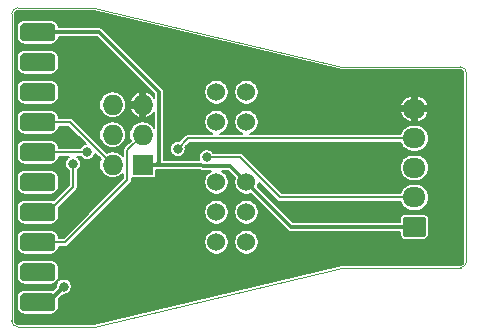
<source format=gtl>
G04 #@! TF.GenerationSoftware,KiCad,Pcbnew,5.0.1*
G04 #@! TF.CreationDate,2019-11-02T01:16:45+01:00*
G04 #@! TF.ProjectId,JlinkBreakout,4A6C696E6B427265616B6F75742E6B69,rev?*
G04 #@! TF.SameCoordinates,Original*
G04 #@! TF.FileFunction,Copper,L1,Top,Signal*
G04 #@! TF.FilePolarity,Positive*
%FSLAX46Y46*%
G04 Gerber Fmt 4.6, Leading zero omitted, Abs format (unit mm)*
G04 Created by KiCad (PCBNEW 5.0.1) date Sat 02 Nov 2019 01:16:45 AM CET*
%MOMM*%
%LPD*%
G01*
G04 APERTURE LIST*
G04 #@! TA.AperFunction,NonConductor*
%ADD10C,0.050000*%
G04 #@! TD*
G04 #@! TA.AperFunction,Conductor*
%ADD11C,0.100000*%
G04 #@! TD*
G04 #@! TA.AperFunction,ComponentPad*
%ADD12C,1.700000*%
G04 #@! TD*
G04 #@! TA.AperFunction,ComponentPad*
%ADD13O,1.950000X1.700000*%
G04 #@! TD*
G04 #@! TA.AperFunction,ComponentPad*
%ADD14C,1.524000*%
G04 #@! TD*
G04 #@! TA.AperFunction,ComponentPad*
%ADD15R,1.727200X1.727200*%
G04 #@! TD*
G04 #@! TA.AperFunction,ComponentPad*
%ADD16O,1.727200X1.727200*%
G04 #@! TD*
G04 #@! TA.AperFunction,SMDPad,CuDef*
%ADD17C,1.524000*%
G04 #@! TD*
G04 #@! TA.AperFunction,ViaPad*
%ADD18C,0.800000*%
G04 #@! TD*
G04 #@! TA.AperFunction,Conductor*
%ADD19C,0.200000*%
G04 #@! TD*
G04 #@! TA.AperFunction,Conductor*
%ADD20C,0.300000*%
G04 #@! TD*
G04 #@! TA.AperFunction,Conductor*
%ADD21C,0.157000*%
G04 #@! TD*
G04 APERTURE END LIST*
D10*
X58500000Y-60000000D02*
G75*
G02X58000000Y-59500000I0J500000D01*
G01*
X58000000Y-33500000D02*
G75*
G02X58500000Y-33000000I500000J0D01*
G01*
X96000000Y-38000000D02*
G75*
G02X96500000Y-38500000I0J-500000D01*
G01*
X96500000Y-54500000D02*
G75*
G02X96000000Y-55000000I-500000J0D01*
G01*
X86000000Y-38000000D02*
X65000000Y-33000000D01*
X96000000Y-38000000D02*
X86000000Y-38000000D01*
X96500000Y-54500000D02*
X96500000Y-38500000D01*
X86000000Y-55000000D02*
X96000000Y-55000000D01*
X65000000Y-60000000D02*
X86000000Y-55000000D01*
X65000000Y-33000000D02*
X58500000Y-33000000D01*
X58500000Y-60000000D02*
X65000000Y-60000000D01*
X58000000Y-33500000D02*
X58000000Y-59500000D01*
D11*
G04 #@! TO.N,REF*
G04 #@! TO.C,J3*
G36*
X92849504Y-50701204D02*
X92873773Y-50704804D01*
X92897571Y-50710765D01*
X92920671Y-50719030D01*
X92942849Y-50729520D01*
X92963893Y-50742133D01*
X92983598Y-50756747D01*
X93001777Y-50773223D01*
X93018253Y-50791402D01*
X93032867Y-50811107D01*
X93045480Y-50832151D01*
X93055970Y-50854329D01*
X93064235Y-50877429D01*
X93070196Y-50901227D01*
X93073796Y-50925496D01*
X93075000Y-50950000D01*
X93075000Y-52150000D01*
X93073796Y-52174504D01*
X93070196Y-52198773D01*
X93064235Y-52222571D01*
X93055970Y-52245671D01*
X93045480Y-52267849D01*
X93032867Y-52288893D01*
X93018253Y-52308598D01*
X93001777Y-52326777D01*
X92983598Y-52343253D01*
X92963893Y-52357867D01*
X92942849Y-52370480D01*
X92920671Y-52380970D01*
X92897571Y-52389235D01*
X92873773Y-52395196D01*
X92849504Y-52398796D01*
X92825000Y-52400000D01*
X91375000Y-52400000D01*
X91350496Y-52398796D01*
X91326227Y-52395196D01*
X91302429Y-52389235D01*
X91279329Y-52380970D01*
X91257151Y-52370480D01*
X91236107Y-52357867D01*
X91216402Y-52343253D01*
X91198223Y-52326777D01*
X91181747Y-52308598D01*
X91167133Y-52288893D01*
X91154520Y-52267849D01*
X91144030Y-52245671D01*
X91135765Y-52222571D01*
X91129804Y-52198773D01*
X91126204Y-52174504D01*
X91125000Y-52150000D01*
X91125000Y-50950000D01*
X91126204Y-50925496D01*
X91129804Y-50901227D01*
X91135765Y-50877429D01*
X91144030Y-50854329D01*
X91154520Y-50832151D01*
X91167133Y-50811107D01*
X91181747Y-50791402D01*
X91198223Y-50773223D01*
X91216402Y-50756747D01*
X91236107Y-50742133D01*
X91257151Y-50729520D01*
X91279329Y-50719030D01*
X91302429Y-50710765D01*
X91326227Y-50704804D01*
X91350496Y-50701204D01*
X91375000Y-50700000D01*
X92825000Y-50700000D01*
X92849504Y-50701204D01*
X92849504Y-50701204D01*
G37*
D12*
G04 #@! TD*
G04 #@! TO.P,J3,1*
G04 #@! TO.N,REF*
X92100000Y-51550000D03*
D13*
G04 #@! TO.P,J3,2*
G04 #@! TO.N,RST*
X92100000Y-49050000D03*
G04 #@! TO.P,J3,3*
G04 #@! TO.N,CLK*
X92100000Y-46550000D03*
G04 #@! TO.P,J3,4*
G04 #@! TO.N,DIO*
X92100000Y-44050000D03*
G04 #@! TO.P,J3,5*
G04 #@! TO.N,GND*
X92100000Y-41550000D03*
G04 #@! TD*
D14*
G04 #@! TO.P,U2,1*
G04 #@! TO.N,Net-(U2-Pad1)*
X77870000Y-52850000D03*
G04 #@! TO.P,U2,2*
G04 #@! TO.N,LDOOUT*
X77870000Y-50310000D03*
G04 #@! TO.P,U2,3*
G04 #@! TO.N,REF*
X77870000Y-47770000D03*
G04 #@! TO.P,U2,4*
G04 #@! TO.N,LDOOUT*
X77870000Y-42690000D03*
G04 #@! TO.P,U2,5*
X77870000Y-40150000D03*
G04 #@! TO.P,U2,6*
G04 #@! TO.N,Net-(R2-Pad2)*
X75330000Y-52850000D03*
G04 #@! TO.P,U2,7*
X75330000Y-50310000D03*
G04 #@! TO.P,U2,8*
G04 #@! TO.N,Net-(R1-Pad2)*
X75330000Y-47770000D03*
G04 #@! TO.P,U2,9*
G04 #@! TO.N,Net-(R3-Pad2)*
X75330000Y-42690000D03*
G04 #@! TO.P,U2,10*
G04 #@! TO.N,Net-(R4-Pad2)*
X75330000Y-40150000D03*
G04 #@! TD*
D15*
G04 #@! TO.P,J2,1*
G04 #@! TO.N,REF*
X69100000Y-46300000D03*
D16*
G04 #@! TO.P,J2,2*
G04 #@! TO.N,DIO*
X66560000Y-46300000D03*
G04 #@! TO.P,J2,3*
G04 #@! TO.N,RST*
X69100000Y-43760000D03*
G04 #@! TO.P,J2,4*
G04 #@! TO.N,CLK*
X66560000Y-43760000D03*
G04 #@! TO.P,J2,5*
G04 #@! TO.N,GND*
X69100000Y-41220000D03*
G04 #@! TO.P,J2,6*
G04 #@! TO.N,SWO*
X66560000Y-41220000D03*
G04 #@! TD*
D11*
G04 #@! TO.N,+5V*
G04 #@! TO.C,J1*
G36*
X61356345Y-57169835D02*
X61393329Y-57175321D01*
X61429598Y-57184406D01*
X61464802Y-57197002D01*
X61498602Y-57212988D01*
X61530672Y-57232210D01*
X61560704Y-57254483D01*
X61588408Y-57279592D01*
X61613517Y-57307296D01*
X61635790Y-57337328D01*
X61655012Y-57369398D01*
X61670998Y-57403198D01*
X61683594Y-57438402D01*
X61692679Y-57474671D01*
X61698165Y-57511655D01*
X61700000Y-57549000D01*
X61700000Y-58311000D01*
X61698165Y-58348345D01*
X61692679Y-58385329D01*
X61683594Y-58421598D01*
X61670998Y-58456802D01*
X61655012Y-58490602D01*
X61635790Y-58522672D01*
X61613517Y-58552704D01*
X61588408Y-58580408D01*
X61560704Y-58605517D01*
X61530672Y-58627790D01*
X61498602Y-58647012D01*
X61464802Y-58662998D01*
X61429598Y-58675594D01*
X61393329Y-58684679D01*
X61356345Y-58690165D01*
X61319000Y-58692000D01*
X59081000Y-58692000D01*
X59043655Y-58690165D01*
X59006671Y-58684679D01*
X58970402Y-58675594D01*
X58935198Y-58662998D01*
X58901398Y-58647012D01*
X58869328Y-58627790D01*
X58839296Y-58605517D01*
X58811592Y-58580408D01*
X58786483Y-58552704D01*
X58764210Y-58522672D01*
X58744988Y-58490602D01*
X58729002Y-58456802D01*
X58716406Y-58421598D01*
X58707321Y-58385329D01*
X58701835Y-58348345D01*
X58700000Y-58311000D01*
X58700000Y-57549000D01*
X58701835Y-57511655D01*
X58707321Y-57474671D01*
X58716406Y-57438402D01*
X58729002Y-57403198D01*
X58744988Y-57369398D01*
X58764210Y-57337328D01*
X58786483Y-57307296D01*
X58811592Y-57279592D01*
X58839296Y-57254483D01*
X58869328Y-57232210D01*
X58901398Y-57212988D01*
X58935198Y-57197002D01*
X58970402Y-57184406D01*
X59006671Y-57175321D01*
X59043655Y-57169835D01*
X59081000Y-57168000D01*
X61319000Y-57168000D01*
X61356345Y-57169835D01*
X61356345Y-57169835D01*
G37*
D17*
G04 #@! TD*
G04 #@! TO.P,J1,20*
G04 #@! TO.N,+5V*
X60200000Y-57930000D03*
D11*
G04 #@! TO.N,Net-(J1-Pad18)*
G04 #@! TO.C,J1*
G36*
X61356345Y-54629835D02*
X61393329Y-54635321D01*
X61429598Y-54644406D01*
X61464802Y-54657002D01*
X61498602Y-54672988D01*
X61530672Y-54692210D01*
X61560704Y-54714483D01*
X61588408Y-54739592D01*
X61613517Y-54767296D01*
X61635790Y-54797328D01*
X61655012Y-54829398D01*
X61670998Y-54863198D01*
X61683594Y-54898402D01*
X61692679Y-54934671D01*
X61698165Y-54971655D01*
X61700000Y-55009000D01*
X61700000Y-55771000D01*
X61698165Y-55808345D01*
X61692679Y-55845329D01*
X61683594Y-55881598D01*
X61670998Y-55916802D01*
X61655012Y-55950602D01*
X61635790Y-55982672D01*
X61613517Y-56012704D01*
X61588408Y-56040408D01*
X61560704Y-56065517D01*
X61530672Y-56087790D01*
X61498602Y-56107012D01*
X61464802Y-56122998D01*
X61429598Y-56135594D01*
X61393329Y-56144679D01*
X61356345Y-56150165D01*
X61319000Y-56152000D01*
X59081000Y-56152000D01*
X59043655Y-56150165D01*
X59006671Y-56144679D01*
X58970402Y-56135594D01*
X58935198Y-56122998D01*
X58901398Y-56107012D01*
X58869328Y-56087790D01*
X58839296Y-56065517D01*
X58811592Y-56040408D01*
X58786483Y-56012704D01*
X58764210Y-55982672D01*
X58744988Y-55950602D01*
X58729002Y-55916802D01*
X58716406Y-55881598D01*
X58707321Y-55845329D01*
X58701835Y-55808345D01*
X58700000Y-55771000D01*
X58700000Y-55009000D01*
X58701835Y-54971655D01*
X58707321Y-54934671D01*
X58716406Y-54898402D01*
X58729002Y-54863198D01*
X58744988Y-54829398D01*
X58764210Y-54797328D01*
X58786483Y-54767296D01*
X58811592Y-54739592D01*
X58839296Y-54714483D01*
X58869328Y-54692210D01*
X58901398Y-54672988D01*
X58935198Y-54657002D01*
X58970402Y-54644406D01*
X59006671Y-54635321D01*
X59043655Y-54629835D01*
X59081000Y-54628000D01*
X61319000Y-54628000D01*
X61356345Y-54629835D01*
X61356345Y-54629835D01*
G37*
D17*
G04 #@! TD*
G04 #@! TO.P,J1,18*
G04 #@! TO.N,Net-(J1-Pad18)*
X60200000Y-55390000D03*
D11*
G04 #@! TO.N,RST*
G04 #@! TO.C,J1*
G36*
X61356345Y-52089835D02*
X61393329Y-52095321D01*
X61429598Y-52104406D01*
X61464802Y-52117002D01*
X61498602Y-52132988D01*
X61530672Y-52152210D01*
X61560704Y-52174483D01*
X61588408Y-52199592D01*
X61613517Y-52227296D01*
X61635790Y-52257328D01*
X61655012Y-52289398D01*
X61670998Y-52323198D01*
X61683594Y-52358402D01*
X61692679Y-52394671D01*
X61698165Y-52431655D01*
X61700000Y-52469000D01*
X61700000Y-53231000D01*
X61698165Y-53268345D01*
X61692679Y-53305329D01*
X61683594Y-53341598D01*
X61670998Y-53376802D01*
X61655012Y-53410602D01*
X61635790Y-53442672D01*
X61613517Y-53472704D01*
X61588408Y-53500408D01*
X61560704Y-53525517D01*
X61530672Y-53547790D01*
X61498602Y-53567012D01*
X61464802Y-53582998D01*
X61429598Y-53595594D01*
X61393329Y-53604679D01*
X61356345Y-53610165D01*
X61319000Y-53612000D01*
X59081000Y-53612000D01*
X59043655Y-53610165D01*
X59006671Y-53604679D01*
X58970402Y-53595594D01*
X58935198Y-53582998D01*
X58901398Y-53567012D01*
X58869328Y-53547790D01*
X58839296Y-53525517D01*
X58811592Y-53500408D01*
X58786483Y-53472704D01*
X58764210Y-53442672D01*
X58744988Y-53410602D01*
X58729002Y-53376802D01*
X58716406Y-53341598D01*
X58707321Y-53305329D01*
X58701835Y-53268345D01*
X58700000Y-53231000D01*
X58700000Y-52469000D01*
X58701835Y-52431655D01*
X58707321Y-52394671D01*
X58716406Y-52358402D01*
X58729002Y-52323198D01*
X58744988Y-52289398D01*
X58764210Y-52257328D01*
X58786483Y-52227296D01*
X58811592Y-52199592D01*
X58839296Y-52174483D01*
X58869328Y-52152210D01*
X58901398Y-52132988D01*
X58935198Y-52117002D01*
X58970402Y-52104406D01*
X59006671Y-52095321D01*
X59043655Y-52089835D01*
X59081000Y-52088000D01*
X61319000Y-52088000D01*
X61356345Y-52089835D01*
X61356345Y-52089835D01*
G37*
D17*
G04 #@! TD*
G04 #@! TO.P,J1,16*
G04 #@! TO.N,RST*
X60200000Y-52850000D03*
D11*
G04 #@! TO.N,SWO*
G04 #@! TO.C,J1*
G36*
X61356345Y-49549835D02*
X61393329Y-49555321D01*
X61429598Y-49564406D01*
X61464802Y-49577002D01*
X61498602Y-49592988D01*
X61530672Y-49612210D01*
X61560704Y-49634483D01*
X61588408Y-49659592D01*
X61613517Y-49687296D01*
X61635790Y-49717328D01*
X61655012Y-49749398D01*
X61670998Y-49783198D01*
X61683594Y-49818402D01*
X61692679Y-49854671D01*
X61698165Y-49891655D01*
X61700000Y-49929000D01*
X61700000Y-50691000D01*
X61698165Y-50728345D01*
X61692679Y-50765329D01*
X61683594Y-50801598D01*
X61670998Y-50836802D01*
X61655012Y-50870602D01*
X61635790Y-50902672D01*
X61613517Y-50932704D01*
X61588408Y-50960408D01*
X61560704Y-50985517D01*
X61530672Y-51007790D01*
X61498602Y-51027012D01*
X61464802Y-51042998D01*
X61429598Y-51055594D01*
X61393329Y-51064679D01*
X61356345Y-51070165D01*
X61319000Y-51072000D01*
X59081000Y-51072000D01*
X59043655Y-51070165D01*
X59006671Y-51064679D01*
X58970402Y-51055594D01*
X58935198Y-51042998D01*
X58901398Y-51027012D01*
X58869328Y-51007790D01*
X58839296Y-50985517D01*
X58811592Y-50960408D01*
X58786483Y-50932704D01*
X58764210Y-50902672D01*
X58744988Y-50870602D01*
X58729002Y-50836802D01*
X58716406Y-50801598D01*
X58707321Y-50765329D01*
X58701835Y-50728345D01*
X58700000Y-50691000D01*
X58700000Y-49929000D01*
X58701835Y-49891655D01*
X58707321Y-49854671D01*
X58716406Y-49818402D01*
X58729002Y-49783198D01*
X58744988Y-49749398D01*
X58764210Y-49717328D01*
X58786483Y-49687296D01*
X58811592Y-49659592D01*
X58839296Y-49634483D01*
X58869328Y-49612210D01*
X58901398Y-49592988D01*
X58935198Y-49577002D01*
X58970402Y-49564406D01*
X59006671Y-49555321D01*
X59043655Y-49549835D01*
X59081000Y-49548000D01*
X61319000Y-49548000D01*
X61356345Y-49549835D01*
X61356345Y-49549835D01*
G37*
D17*
G04 #@! TD*
G04 #@! TO.P,J1,14*
G04 #@! TO.N,SWO*
X60200000Y-50310000D03*
D11*
G04 #@! TO.N,Net-(J1-Pad12)*
G04 #@! TO.C,J1*
G36*
X61356345Y-47009835D02*
X61393329Y-47015321D01*
X61429598Y-47024406D01*
X61464802Y-47037002D01*
X61498602Y-47052988D01*
X61530672Y-47072210D01*
X61560704Y-47094483D01*
X61588408Y-47119592D01*
X61613517Y-47147296D01*
X61635790Y-47177328D01*
X61655012Y-47209398D01*
X61670998Y-47243198D01*
X61683594Y-47278402D01*
X61692679Y-47314671D01*
X61698165Y-47351655D01*
X61700000Y-47389000D01*
X61700000Y-48151000D01*
X61698165Y-48188345D01*
X61692679Y-48225329D01*
X61683594Y-48261598D01*
X61670998Y-48296802D01*
X61655012Y-48330602D01*
X61635790Y-48362672D01*
X61613517Y-48392704D01*
X61588408Y-48420408D01*
X61560704Y-48445517D01*
X61530672Y-48467790D01*
X61498602Y-48487012D01*
X61464802Y-48502998D01*
X61429598Y-48515594D01*
X61393329Y-48524679D01*
X61356345Y-48530165D01*
X61319000Y-48532000D01*
X59081000Y-48532000D01*
X59043655Y-48530165D01*
X59006671Y-48524679D01*
X58970402Y-48515594D01*
X58935198Y-48502998D01*
X58901398Y-48487012D01*
X58869328Y-48467790D01*
X58839296Y-48445517D01*
X58811592Y-48420408D01*
X58786483Y-48392704D01*
X58764210Y-48362672D01*
X58744988Y-48330602D01*
X58729002Y-48296802D01*
X58716406Y-48261598D01*
X58707321Y-48225329D01*
X58701835Y-48188345D01*
X58700000Y-48151000D01*
X58700000Y-47389000D01*
X58701835Y-47351655D01*
X58707321Y-47314671D01*
X58716406Y-47278402D01*
X58729002Y-47243198D01*
X58744988Y-47209398D01*
X58764210Y-47177328D01*
X58786483Y-47147296D01*
X58811592Y-47119592D01*
X58839296Y-47094483D01*
X58869328Y-47072210D01*
X58901398Y-47052988D01*
X58935198Y-47037002D01*
X58970402Y-47024406D01*
X59006671Y-47015321D01*
X59043655Y-47009835D01*
X59081000Y-47008000D01*
X61319000Y-47008000D01*
X61356345Y-47009835D01*
X61356345Y-47009835D01*
G37*
D17*
G04 #@! TD*
G04 #@! TO.P,J1,12*
G04 #@! TO.N,Net-(J1-Pad12)*
X60200000Y-47770000D03*
D11*
G04 #@! TO.N,CLK*
G04 #@! TO.C,J1*
G36*
X61356345Y-44469835D02*
X61393329Y-44475321D01*
X61429598Y-44484406D01*
X61464802Y-44497002D01*
X61498602Y-44512988D01*
X61530672Y-44532210D01*
X61560704Y-44554483D01*
X61588408Y-44579592D01*
X61613517Y-44607296D01*
X61635790Y-44637328D01*
X61655012Y-44669398D01*
X61670998Y-44703198D01*
X61683594Y-44738402D01*
X61692679Y-44774671D01*
X61698165Y-44811655D01*
X61700000Y-44849000D01*
X61700000Y-45611000D01*
X61698165Y-45648345D01*
X61692679Y-45685329D01*
X61683594Y-45721598D01*
X61670998Y-45756802D01*
X61655012Y-45790602D01*
X61635790Y-45822672D01*
X61613517Y-45852704D01*
X61588408Y-45880408D01*
X61560704Y-45905517D01*
X61530672Y-45927790D01*
X61498602Y-45947012D01*
X61464802Y-45962998D01*
X61429598Y-45975594D01*
X61393329Y-45984679D01*
X61356345Y-45990165D01*
X61319000Y-45992000D01*
X59081000Y-45992000D01*
X59043655Y-45990165D01*
X59006671Y-45984679D01*
X58970402Y-45975594D01*
X58935198Y-45962998D01*
X58901398Y-45947012D01*
X58869328Y-45927790D01*
X58839296Y-45905517D01*
X58811592Y-45880408D01*
X58786483Y-45852704D01*
X58764210Y-45822672D01*
X58744988Y-45790602D01*
X58729002Y-45756802D01*
X58716406Y-45721598D01*
X58707321Y-45685329D01*
X58701835Y-45648345D01*
X58700000Y-45611000D01*
X58700000Y-44849000D01*
X58701835Y-44811655D01*
X58707321Y-44774671D01*
X58716406Y-44738402D01*
X58729002Y-44703198D01*
X58744988Y-44669398D01*
X58764210Y-44637328D01*
X58786483Y-44607296D01*
X58811592Y-44579592D01*
X58839296Y-44554483D01*
X58869328Y-44532210D01*
X58901398Y-44512988D01*
X58935198Y-44497002D01*
X58970402Y-44484406D01*
X59006671Y-44475321D01*
X59043655Y-44469835D01*
X59081000Y-44468000D01*
X61319000Y-44468000D01*
X61356345Y-44469835D01*
X61356345Y-44469835D01*
G37*
D17*
G04 #@! TD*
G04 #@! TO.P,J1,10*
G04 #@! TO.N,CLK*
X60200000Y-45230000D03*
D11*
G04 #@! TO.N,DIO*
G04 #@! TO.C,J1*
G36*
X61356345Y-41929835D02*
X61393329Y-41935321D01*
X61429598Y-41944406D01*
X61464802Y-41957002D01*
X61498602Y-41972988D01*
X61530672Y-41992210D01*
X61560704Y-42014483D01*
X61588408Y-42039592D01*
X61613517Y-42067296D01*
X61635790Y-42097328D01*
X61655012Y-42129398D01*
X61670998Y-42163198D01*
X61683594Y-42198402D01*
X61692679Y-42234671D01*
X61698165Y-42271655D01*
X61700000Y-42309000D01*
X61700000Y-43071000D01*
X61698165Y-43108345D01*
X61692679Y-43145329D01*
X61683594Y-43181598D01*
X61670998Y-43216802D01*
X61655012Y-43250602D01*
X61635790Y-43282672D01*
X61613517Y-43312704D01*
X61588408Y-43340408D01*
X61560704Y-43365517D01*
X61530672Y-43387790D01*
X61498602Y-43407012D01*
X61464802Y-43422998D01*
X61429598Y-43435594D01*
X61393329Y-43444679D01*
X61356345Y-43450165D01*
X61319000Y-43452000D01*
X59081000Y-43452000D01*
X59043655Y-43450165D01*
X59006671Y-43444679D01*
X58970402Y-43435594D01*
X58935198Y-43422998D01*
X58901398Y-43407012D01*
X58869328Y-43387790D01*
X58839296Y-43365517D01*
X58811592Y-43340408D01*
X58786483Y-43312704D01*
X58764210Y-43282672D01*
X58744988Y-43250602D01*
X58729002Y-43216802D01*
X58716406Y-43181598D01*
X58707321Y-43145329D01*
X58701835Y-43108345D01*
X58700000Y-43071000D01*
X58700000Y-42309000D01*
X58701835Y-42271655D01*
X58707321Y-42234671D01*
X58716406Y-42198402D01*
X58729002Y-42163198D01*
X58744988Y-42129398D01*
X58764210Y-42097328D01*
X58786483Y-42067296D01*
X58811592Y-42039592D01*
X58839296Y-42014483D01*
X58869328Y-41992210D01*
X58901398Y-41972988D01*
X58935198Y-41957002D01*
X58970402Y-41944406D01*
X59006671Y-41935321D01*
X59043655Y-41929835D01*
X59081000Y-41928000D01*
X61319000Y-41928000D01*
X61356345Y-41929835D01*
X61356345Y-41929835D01*
G37*
D17*
G04 #@! TD*
G04 #@! TO.P,J1,8*
G04 #@! TO.N,DIO*
X60200000Y-42690000D03*
D11*
G04 #@! TO.N,Net-(J1-Pad6)*
G04 #@! TO.C,J1*
G36*
X61356345Y-39389835D02*
X61393329Y-39395321D01*
X61429598Y-39404406D01*
X61464802Y-39417002D01*
X61498602Y-39432988D01*
X61530672Y-39452210D01*
X61560704Y-39474483D01*
X61588408Y-39499592D01*
X61613517Y-39527296D01*
X61635790Y-39557328D01*
X61655012Y-39589398D01*
X61670998Y-39623198D01*
X61683594Y-39658402D01*
X61692679Y-39694671D01*
X61698165Y-39731655D01*
X61700000Y-39769000D01*
X61700000Y-40531000D01*
X61698165Y-40568345D01*
X61692679Y-40605329D01*
X61683594Y-40641598D01*
X61670998Y-40676802D01*
X61655012Y-40710602D01*
X61635790Y-40742672D01*
X61613517Y-40772704D01*
X61588408Y-40800408D01*
X61560704Y-40825517D01*
X61530672Y-40847790D01*
X61498602Y-40867012D01*
X61464802Y-40882998D01*
X61429598Y-40895594D01*
X61393329Y-40904679D01*
X61356345Y-40910165D01*
X61319000Y-40912000D01*
X59081000Y-40912000D01*
X59043655Y-40910165D01*
X59006671Y-40904679D01*
X58970402Y-40895594D01*
X58935198Y-40882998D01*
X58901398Y-40867012D01*
X58869328Y-40847790D01*
X58839296Y-40825517D01*
X58811592Y-40800408D01*
X58786483Y-40772704D01*
X58764210Y-40742672D01*
X58744988Y-40710602D01*
X58729002Y-40676802D01*
X58716406Y-40641598D01*
X58707321Y-40605329D01*
X58701835Y-40568345D01*
X58700000Y-40531000D01*
X58700000Y-39769000D01*
X58701835Y-39731655D01*
X58707321Y-39694671D01*
X58716406Y-39658402D01*
X58729002Y-39623198D01*
X58744988Y-39589398D01*
X58764210Y-39557328D01*
X58786483Y-39527296D01*
X58811592Y-39499592D01*
X58839296Y-39474483D01*
X58869328Y-39452210D01*
X58901398Y-39432988D01*
X58935198Y-39417002D01*
X58970402Y-39404406D01*
X59006671Y-39395321D01*
X59043655Y-39389835D01*
X59081000Y-39388000D01*
X61319000Y-39388000D01*
X61356345Y-39389835D01*
X61356345Y-39389835D01*
G37*
D17*
G04 #@! TD*
G04 #@! TO.P,J1,6*
G04 #@! TO.N,Net-(J1-Pad6)*
X60200000Y-40150000D03*
D11*
G04 #@! TO.N,Net-(J1-Pad4)*
G04 #@! TO.C,J1*
G36*
X61356345Y-36849835D02*
X61393329Y-36855321D01*
X61429598Y-36864406D01*
X61464802Y-36877002D01*
X61498602Y-36892988D01*
X61530672Y-36912210D01*
X61560704Y-36934483D01*
X61588408Y-36959592D01*
X61613517Y-36987296D01*
X61635790Y-37017328D01*
X61655012Y-37049398D01*
X61670998Y-37083198D01*
X61683594Y-37118402D01*
X61692679Y-37154671D01*
X61698165Y-37191655D01*
X61700000Y-37229000D01*
X61700000Y-37991000D01*
X61698165Y-38028345D01*
X61692679Y-38065329D01*
X61683594Y-38101598D01*
X61670998Y-38136802D01*
X61655012Y-38170602D01*
X61635790Y-38202672D01*
X61613517Y-38232704D01*
X61588408Y-38260408D01*
X61560704Y-38285517D01*
X61530672Y-38307790D01*
X61498602Y-38327012D01*
X61464802Y-38342998D01*
X61429598Y-38355594D01*
X61393329Y-38364679D01*
X61356345Y-38370165D01*
X61319000Y-38372000D01*
X59081000Y-38372000D01*
X59043655Y-38370165D01*
X59006671Y-38364679D01*
X58970402Y-38355594D01*
X58935198Y-38342998D01*
X58901398Y-38327012D01*
X58869328Y-38307790D01*
X58839296Y-38285517D01*
X58811592Y-38260408D01*
X58786483Y-38232704D01*
X58764210Y-38202672D01*
X58744988Y-38170602D01*
X58729002Y-38136802D01*
X58716406Y-38101598D01*
X58707321Y-38065329D01*
X58701835Y-38028345D01*
X58700000Y-37991000D01*
X58700000Y-37229000D01*
X58701835Y-37191655D01*
X58707321Y-37154671D01*
X58716406Y-37118402D01*
X58729002Y-37083198D01*
X58744988Y-37049398D01*
X58764210Y-37017328D01*
X58786483Y-36987296D01*
X58811592Y-36959592D01*
X58839296Y-36934483D01*
X58869328Y-36912210D01*
X58901398Y-36892988D01*
X58935198Y-36877002D01*
X58970402Y-36864406D01*
X59006671Y-36855321D01*
X59043655Y-36849835D01*
X59081000Y-36848000D01*
X61319000Y-36848000D01*
X61356345Y-36849835D01*
X61356345Y-36849835D01*
G37*
D17*
G04 #@! TD*
G04 #@! TO.P,J1,4*
G04 #@! TO.N,Net-(J1-Pad4)*
X60200000Y-37610000D03*
D11*
G04 #@! TO.N,REF*
G04 #@! TO.C,J1*
G36*
X61356345Y-34309835D02*
X61393329Y-34315321D01*
X61429598Y-34324406D01*
X61464802Y-34337002D01*
X61498602Y-34352988D01*
X61530672Y-34372210D01*
X61560704Y-34394483D01*
X61588408Y-34419592D01*
X61613517Y-34447296D01*
X61635790Y-34477328D01*
X61655012Y-34509398D01*
X61670998Y-34543198D01*
X61683594Y-34578402D01*
X61692679Y-34614671D01*
X61698165Y-34651655D01*
X61700000Y-34689000D01*
X61700000Y-35451000D01*
X61698165Y-35488345D01*
X61692679Y-35525329D01*
X61683594Y-35561598D01*
X61670998Y-35596802D01*
X61655012Y-35630602D01*
X61635790Y-35662672D01*
X61613517Y-35692704D01*
X61588408Y-35720408D01*
X61560704Y-35745517D01*
X61530672Y-35767790D01*
X61498602Y-35787012D01*
X61464802Y-35802998D01*
X61429598Y-35815594D01*
X61393329Y-35824679D01*
X61356345Y-35830165D01*
X61319000Y-35832000D01*
X59081000Y-35832000D01*
X59043655Y-35830165D01*
X59006671Y-35824679D01*
X58970402Y-35815594D01*
X58935198Y-35802998D01*
X58901398Y-35787012D01*
X58869328Y-35767790D01*
X58839296Y-35745517D01*
X58811592Y-35720408D01*
X58786483Y-35692704D01*
X58764210Y-35662672D01*
X58744988Y-35630602D01*
X58729002Y-35596802D01*
X58716406Y-35561598D01*
X58707321Y-35525329D01*
X58701835Y-35488345D01*
X58700000Y-35451000D01*
X58700000Y-34689000D01*
X58701835Y-34651655D01*
X58707321Y-34614671D01*
X58716406Y-34578402D01*
X58729002Y-34543198D01*
X58744988Y-34509398D01*
X58764210Y-34477328D01*
X58786483Y-34447296D01*
X58811592Y-34419592D01*
X58839296Y-34394483D01*
X58869328Y-34372210D01*
X58901398Y-34352988D01*
X58935198Y-34337002D01*
X58970402Y-34324406D01*
X59006671Y-34315321D01*
X59043655Y-34309835D01*
X59081000Y-34308000D01*
X61319000Y-34308000D01*
X61356345Y-34309835D01*
X61356345Y-34309835D01*
G37*
D17*
G04 #@! TD*
G04 #@! TO.P,J1,2*
G04 #@! TO.N,REF*
X60200000Y-35070000D03*
D18*
G04 #@! TO.N,RST*
X74517306Y-45650010D03*
G04 #@! TO.N,SWO*
X63200000Y-46200000D03*
G04 #@! TO.N,GND*
X67000000Y-54250000D03*
X71500000Y-51000000D03*
X69700000Y-49450000D03*
X64200000Y-41850000D03*
X64600000Y-47050000D03*
X63950000Y-50050000D03*
X66150000Y-50650000D03*
X72300000Y-56750000D03*
X80550000Y-54850000D03*
X74200000Y-49000000D03*
X68450000Y-36500000D03*
X64000000Y-36700000D03*
X78950000Y-45250000D03*
X78800000Y-38149990D03*
X74965447Y-37799990D03*
X71750000Y-41500000D03*
X67350000Y-38850000D03*
X62600000Y-40150000D03*
X62600000Y-37650000D03*
X62400000Y-47650000D03*
X62400000Y-43950000D03*
G04 #@! TO.N,CLK*
X64400000Y-45200000D03*
G04 #@! TO.N,DIO*
X72050000Y-44950000D03*
G04 #@! TO.N,+5V*
X62399996Y-56600000D03*
G04 #@! TD*
D19*
G04 #@! TO.N,RST*
X60200000Y-52850000D02*
X62550000Y-52850000D01*
X62550000Y-52850000D02*
X67800000Y-47600000D01*
X67800000Y-45060000D02*
X69100000Y-43760000D01*
X67800000Y-47600000D02*
X67800000Y-45060000D01*
X92100000Y-49050000D02*
X80700000Y-49050000D01*
X77300010Y-45650010D02*
X75082991Y-45650010D01*
X75082991Y-45650010D02*
X74517306Y-45650010D01*
X80700000Y-49050000D02*
X77300010Y-45650010D01*
G04 #@! TO.N,SWO*
X63200000Y-48200000D02*
X63200000Y-46200000D01*
X60200000Y-50310000D02*
X61090000Y-50310000D01*
X61090000Y-50310000D02*
X63200000Y-48200000D01*
G04 #@! TO.N,CLK*
X60200000Y-45230000D02*
X64370000Y-45230000D01*
X64370000Y-45230000D02*
X64400000Y-45200000D01*
G04 #@! TO.N,DIO*
X62950000Y-42690000D02*
X60200000Y-42690000D01*
X66560000Y-46300000D02*
X62950000Y-42690000D01*
X72050000Y-44950000D02*
X72950000Y-44050000D01*
X72950000Y-44050000D02*
X92100000Y-44050000D01*
D20*
G04 #@! TO.N,REF*
X70263600Y-46300000D02*
X69100000Y-46300000D01*
X60200000Y-35070000D02*
X65420000Y-35070000D01*
X65420000Y-35070000D02*
X70500000Y-40150000D01*
X70500000Y-40150000D02*
X70500000Y-46063600D01*
X70500000Y-46063600D02*
X70263600Y-46300000D01*
X81650000Y-51550000D02*
X92100000Y-51550000D01*
X77870000Y-47770000D02*
X81650000Y-51550000D01*
X77108001Y-47008001D02*
X77870000Y-47770000D01*
X74057292Y-46300000D02*
X74157304Y-46400012D01*
X69100000Y-46300000D02*
X74057292Y-46300000D01*
X76500012Y-46400012D02*
X77108001Y-47008001D01*
X74157304Y-46400012D02*
X76500012Y-46400012D01*
G04 #@! TO.N,+5V*
X62399996Y-56600004D02*
X62399996Y-56600000D01*
X60200000Y-57930000D02*
X61070000Y-57930000D01*
X61070000Y-57930000D02*
X62399996Y-56600004D01*
G04 #@! TD*
D21*
G04 #@! TO.N,GND*
G36*
X85931958Y-38251581D02*
X85948933Y-38256730D01*
X85969638Y-38258769D01*
X85990214Y-38261576D01*
X86007900Y-38260500D01*
X95987259Y-38260500D01*
X96046279Y-38266287D01*
X96090788Y-38279725D01*
X96131845Y-38301554D01*
X96167881Y-38330946D01*
X96197518Y-38366771D01*
X96219635Y-38407675D01*
X96233385Y-38452093D01*
X96239501Y-38510285D01*
X96239500Y-54487258D01*
X96233713Y-54546279D01*
X96220275Y-54590787D01*
X96198443Y-54631847D01*
X96169054Y-54667881D01*
X96133231Y-54697517D01*
X96092325Y-54719635D01*
X96047907Y-54733385D01*
X95989725Y-54739500D01*
X86007900Y-54739500D01*
X85990214Y-54738424D01*
X85969638Y-54741231D01*
X85948933Y-54743270D01*
X85931958Y-54748419D01*
X64969416Y-59739500D01*
X58512742Y-59739500D01*
X58453721Y-59733713D01*
X58409213Y-59720275D01*
X58368153Y-59698443D01*
X58332119Y-59669054D01*
X58302483Y-59633231D01*
X58280365Y-59592325D01*
X58266615Y-59547907D01*
X58260500Y-59489725D01*
X58260500Y-57549000D01*
X58420153Y-57549000D01*
X58420153Y-58311000D01*
X58432851Y-58439925D01*
X58470457Y-58563895D01*
X58531526Y-58678147D01*
X58613711Y-58778289D01*
X58713853Y-58860474D01*
X58828105Y-58921543D01*
X58952075Y-58959149D01*
X59081000Y-58971847D01*
X61319000Y-58971847D01*
X61447925Y-58959149D01*
X61571895Y-58921543D01*
X61686147Y-58860474D01*
X61786289Y-58778289D01*
X61868474Y-58678147D01*
X61929543Y-58563895D01*
X61967149Y-58439925D01*
X61979847Y-58311000D01*
X61979847Y-57626143D01*
X62328433Y-57277558D01*
X62333170Y-57278500D01*
X62466822Y-57278500D01*
X62597907Y-57252426D01*
X62721386Y-57201279D01*
X62832515Y-57127025D01*
X62927021Y-57032519D01*
X63001275Y-56921390D01*
X63052422Y-56797911D01*
X63078496Y-56666826D01*
X63078496Y-56533174D01*
X63052422Y-56402089D01*
X63001275Y-56278610D01*
X62927021Y-56167481D01*
X62832515Y-56072975D01*
X62721386Y-55998721D01*
X62597907Y-55947574D01*
X62466822Y-55921500D01*
X62333170Y-55921500D01*
X62202085Y-55947574D01*
X62078606Y-55998721D01*
X61967477Y-56072975D01*
X61872971Y-56167481D01*
X61798717Y-56278610D01*
X61747570Y-56402089D01*
X61721496Y-56533174D01*
X61721496Y-56666826D01*
X61722440Y-56671570D01*
X61482631Y-56911379D01*
X61447925Y-56900851D01*
X61319000Y-56888153D01*
X59081000Y-56888153D01*
X58952075Y-56900851D01*
X58828105Y-56938457D01*
X58713853Y-56999526D01*
X58613711Y-57081711D01*
X58531526Y-57181853D01*
X58470457Y-57296105D01*
X58432851Y-57420075D01*
X58420153Y-57549000D01*
X58260500Y-57549000D01*
X58260500Y-55009000D01*
X58420153Y-55009000D01*
X58420153Y-55771000D01*
X58432851Y-55899925D01*
X58470457Y-56023895D01*
X58531526Y-56138147D01*
X58613711Y-56238289D01*
X58713853Y-56320474D01*
X58828105Y-56381543D01*
X58952075Y-56419149D01*
X59081000Y-56431847D01*
X61319000Y-56431847D01*
X61447925Y-56419149D01*
X61571895Y-56381543D01*
X61686147Y-56320474D01*
X61786289Y-56238289D01*
X61868474Y-56138147D01*
X61929543Y-56023895D01*
X61967149Y-55899925D01*
X61979847Y-55771000D01*
X61979847Y-55009000D01*
X61967149Y-54880075D01*
X61929543Y-54756105D01*
X61868474Y-54641853D01*
X61786289Y-54541711D01*
X61686147Y-54459526D01*
X61571895Y-54398457D01*
X61447925Y-54360851D01*
X61319000Y-54348153D01*
X59081000Y-54348153D01*
X58952075Y-54360851D01*
X58828105Y-54398457D01*
X58713853Y-54459526D01*
X58613711Y-54541711D01*
X58531526Y-54641853D01*
X58470457Y-54756105D01*
X58432851Y-54880075D01*
X58420153Y-55009000D01*
X58260500Y-55009000D01*
X58260500Y-47389000D01*
X58420153Y-47389000D01*
X58420153Y-48151000D01*
X58432851Y-48279925D01*
X58470457Y-48403895D01*
X58531526Y-48518147D01*
X58613711Y-48618289D01*
X58713853Y-48700474D01*
X58828105Y-48761543D01*
X58952075Y-48799149D01*
X59081000Y-48811847D01*
X61319000Y-48811847D01*
X61447925Y-48799149D01*
X61571895Y-48761543D01*
X61686147Y-48700474D01*
X61786289Y-48618289D01*
X61868474Y-48518147D01*
X61929543Y-48403895D01*
X61967149Y-48279925D01*
X61979847Y-48151000D01*
X61979847Y-47389000D01*
X61967149Y-47260075D01*
X61929543Y-47136105D01*
X61868474Y-47021853D01*
X61786289Y-46921711D01*
X61686147Y-46839526D01*
X61571895Y-46778457D01*
X61447925Y-46740851D01*
X61319000Y-46728153D01*
X59081000Y-46728153D01*
X58952075Y-46740851D01*
X58828105Y-46778457D01*
X58713853Y-46839526D01*
X58613711Y-46921711D01*
X58531526Y-47021853D01*
X58470457Y-47136105D01*
X58432851Y-47260075D01*
X58420153Y-47389000D01*
X58260500Y-47389000D01*
X58260500Y-41220000D01*
X65412374Y-41220000D01*
X65434425Y-41443891D01*
X65499732Y-41659177D01*
X65605784Y-41857587D01*
X65748506Y-42031494D01*
X65922413Y-42174216D01*
X66120823Y-42280268D01*
X66336109Y-42345575D01*
X66503893Y-42362100D01*
X66616107Y-42362100D01*
X66783891Y-42345575D01*
X66999177Y-42280268D01*
X67197587Y-42174216D01*
X67371494Y-42031494D01*
X67514216Y-41857587D01*
X67620268Y-41659177D01*
X67633959Y-41614044D01*
X68028029Y-41614044D01*
X68063361Y-41699373D01*
X68176801Y-41892400D01*
X68325719Y-42059587D01*
X68504392Y-42194509D01*
X68705954Y-42291981D01*
X68878500Y-42270801D01*
X68878500Y-41441500D01*
X68050648Y-41441500D01*
X68028029Y-41614044D01*
X67633959Y-41614044D01*
X67685575Y-41443891D01*
X67707626Y-41220000D01*
X67685575Y-40996109D01*
X67633960Y-40825956D01*
X68028029Y-40825956D01*
X68050648Y-40998500D01*
X68878500Y-40998500D01*
X68878500Y-40169199D01*
X68705954Y-40148019D01*
X68504392Y-40245491D01*
X68325719Y-40380413D01*
X68176801Y-40547600D01*
X68063361Y-40740627D01*
X68028029Y-40825956D01*
X67633960Y-40825956D01*
X67620268Y-40780823D01*
X67514216Y-40582413D01*
X67371494Y-40408506D01*
X67197587Y-40265784D01*
X66999177Y-40159732D01*
X66783891Y-40094425D01*
X66616107Y-40077900D01*
X66503893Y-40077900D01*
X66336109Y-40094425D01*
X66120823Y-40159732D01*
X65922413Y-40265784D01*
X65748506Y-40408506D01*
X65605784Y-40582413D01*
X65499732Y-40780823D01*
X65434425Y-40996109D01*
X65412374Y-41220000D01*
X58260500Y-41220000D01*
X58260500Y-39769000D01*
X58420153Y-39769000D01*
X58420153Y-40531000D01*
X58432851Y-40659925D01*
X58470457Y-40783895D01*
X58531526Y-40898147D01*
X58613711Y-40998289D01*
X58713853Y-41080474D01*
X58828105Y-41141543D01*
X58952075Y-41179149D01*
X59081000Y-41191847D01*
X61319000Y-41191847D01*
X61447925Y-41179149D01*
X61571895Y-41141543D01*
X61686147Y-41080474D01*
X61786289Y-40998289D01*
X61868474Y-40898147D01*
X61929543Y-40783895D01*
X61967149Y-40659925D01*
X61979847Y-40531000D01*
X61979847Y-39769000D01*
X61967149Y-39640075D01*
X61929543Y-39516105D01*
X61868474Y-39401853D01*
X61786289Y-39301711D01*
X61686147Y-39219526D01*
X61571895Y-39158457D01*
X61447925Y-39120851D01*
X61319000Y-39108153D01*
X59081000Y-39108153D01*
X58952075Y-39120851D01*
X58828105Y-39158457D01*
X58713853Y-39219526D01*
X58613711Y-39301711D01*
X58531526Y-39401853D01*
X58470457Y-39516105D01*
X58432851Y-39640075D01*
X58420153Y-39769000D01*
X58260500Y-39769000D01*
X58260500Y-37229000D01*
X58420153Y-37229000D01*
X58420153Y-37991000D01*
X58432851Y-38119925D01*
X58470457Y-38243895D01*
X58531526Y-38358147D01*
X58613711Y-38458289D01*
X58713853Y-38540474D01*
X58828105Y-38601543D01*
X58952075Y-38639149D01*
X59081000Y-38651847D01*
X61319000Y-38651847D01*
X61447925Y-38639149D01*
X61571895Y-38601543D01*
X61686147Y-38540474D01*
X61786289Y-38458289D01*
X61868474Y-38358147D01*
X61929543Y-38243895D01*
X61967149Y-38119925D01*
X61979847Y-37991000D01*
X61979847Y-37229000D01*
X61967149Y-37100075D01*
X61929543Y-36976105D01*
X61868474Y-36861853D01*
X61786289Y-36761711D01*
X61686147Y-36679526D01*
X61571895Y-36618457D01*
X61447925Y-36580851D01*
X61319000Y-36568153D01*
X59081000Y-36568153D01*
X58952075Y-36580851D01*
X58828105Y-36618457D01*
X58713853Y-36679526D01*
X58613711Y-36761711D01*
X58531526Y-36861853D01*
X58470457Y-36976105D01*
X58432851Y-37100075D01*
X58420153Y-37229000D01*
X58260500Y-37229000D01*
X58260500Y-34689000D01*
X58420153Y-34689000D01*
X58420153Y-35451000D01*
X58432851Y-35579925D01*
X58470457Y-35703895D01*
X58531526Y-35818147D01*
X58613711Y-35918289D01*
X58713853Y-36000474D01*
X58828105Y-36061543D01*
X58952075Y-36099149D01*
X59081000Y-36111847D01*
X61319000Y-36111847D01*
X61447925Y-36099149D01*
X61571895Y-36061543D01*
X61686147Y-36000474D01*
X61786289Y-35918289D01*
X61868474Y-35818147D01*
X61929543Y-35703895D01*
X61967149Y-35579925D01*
X61975169Y-35498500D01*
X65242510Y-35498500D01*
X70071500Y-40327490D01*
X70071500Y-40629788D01*
X70023199Y-40547600D01*
X69874281Y-40380413D01*
X69695608Y-40245491D01*
X69494046Y-40148019D01*
X69321500Y-40169199D01*
X69321500Y-40998500D01*
X69341500Y-40998500D01*
X69341500Y-41441500D01*
X69321500Y-41441500D01*
X69321500Y-42270801D01*
X69494046Y-42291981D01*
X69695608Y-42194509D01*
X69874281Y-42059587D01*
X70023199Y-41892400D01*
X70071500Y-41810212D01*
X70071501Y-43154750D01*
X70054216Y-43122413D01*
X69911494Y-42948506D01*
X69737587Y-42805784D01*
X69539177Y-42699732D01*
X69323891Y-42634425D01*
X69156107Y-42617900D01*
X69043893Y-42617900D01*
X68876109Y-42634425D01*
X68660823Y-42699732D01*
X68462413Y-42805784D01*
X68288506Y-42948506D01*
X68145784Y-43122413D01*
X68039732Y-43320823D01*
X67974425Y-43536109D01*
X67952374Y-43760000D01*
X67974425Y-43983891D01*
X68039732Y-44199177D01*
X68069622Y-44255098D01*
X67545509Y-44779212D01*
X67531066Y-44791065D01*
X67483767Y-44848699D01*
X67465340Y-44883174D01*
X67448621Y-44914454D01*
X67426977Y-44985802D01*
X67419669Y-45060000D01*
X67421501Y-45078600D01*
X67421501Y-45549439D01*
X67371494Y-45488506D01*
X67197587Y-45345784D01*
X66999177Y-45239732D01*
X66783891Y-45174425D01*
X66616107Y-45157900D01*
X66503893Y-45157900D01*
X66336109Y-45174425D01*
X66120823Y-45239732D01*
X66064902Y-45269622D01*
X64555280Y-43760000D01*
X65412374Y-43760000D01*
X65434425Y-43983891D01*
X65499732Y-44199177D01*
X65605784Y-44397587D01*
X65748506Y-44571494D01*
X65922413Y-44714216D01*
X66120823Y-44820268D01*
X66336109Y-44885575D01*
X66503893Y-44902100D01*
X66616107Y-44902100D01*
X66783891Y-44885575D01*
X66999177Y-44820268D01*
X67197587Y-44714216D01*
X67371494Y-44571494D01*
X67514216Y-44397587D01*
X67620268Y-44199177D01*
X67685575Y-43983891D01*
X67707626Y-43760000D01*
X67685575Y-43536109D01*
X67620268Y-43320823D01*
X67514216Y-43122413D01*
X67371494Y-42948506D01*
X67197587Y-42805784D01*
X66999177Y-42699732D01*
X66783891Y-42634425D01*
X66616107Y-42617900D01*
X66503893Y-42617900D01*
X66336109Y-42634425D01*
X66120823Y-42699732D01*
X65922413Y-42805784D01*
X65748506Y-42948506D01*
X65605784Y-43122413D01*
X65499732Y-43320823D01*
X65434425Y-43536109D01*
X65412374Y-43760000D01*
X64555280Y-43760000D01*
X63230793Y-42435514D01*
X63218935Y-42421065D01*
X63161301Y-42373766D01*
X63095546Y-42338620D01*
X63024199Y-42316977D01*
X62968590Y-42311500D01*
X62950000Y-42309669D01*
X62931410Y-42311500D01*
X61979847Y-42311500D01*
X61979847Y-42309000D01*
X61967149Y-42180075D01*
X61929543Y-42056105D01*
X61868474Y-41941853D01*
X61786289Y-41841711D01*
X61686147Y-41759526D01*
X61571895Y-41698457D01*
X61447925Y-41660851D01*
X61319000Y-41648153D01*
X59081000Y-41648153D01*
X58952075Y-41660851D01*
X58828105Y-41698457D01*
X58713853Y-41759526D01*
X58613711Y-41841711D01*
X58531526Y-41941853D01*
X58470457Y-42056105D01*
X58432851Y-42180075D01*
X58420153Y-42309000D01*
X58420153Y-43071000D01*
X58432851Y-43199925D01*
X58470457Y-43323895D01*
X58531526Y-43438147D01*
X58613711Y-43538289D01*
X58713853Y-43620474D01*
X58828105Y-43681543D01*
X58952075Y-43719149D01*
X59081000Y-43731847D01*
X61319000Y-43731847D01*
X61447925Y-43719149D01*
X61571895Y-43681543D01*
X61686147Y-43620474D01*
X61786289Y-43538289D01*
X61868474Y-43438147D01*
X61929543Y-43323895D01*
X61967149Y-43199925D01*
X61979847Y-43071000D01*
X61979847Y-43068500D01*
X62793221Y-43068500D01*
X64260647Y-44535926D01*
X64202089Y-44547574D01*
X64078610Y-44598721D01*
X63967481Y-44672975D01*
X63872975Y-44767481D01*
X63816835Y-44851500D01*
X61979847Y-44851500D01*
X61979847Y-44849000D01*
X61967149Y-44720075D01*
X61929543Y-44596105D01*
X61868474Y-44481853D01*
X61786289Y-44381711D01*
X61686147Y-44299526D01*
X61571895Y-44238457D01*
X61447925Y-44200851D01*
X61319000Y-44188153D01*
X59081000Y-44188153D01*
X58952075Y-44200851D01*
X58828105Y-44238457D01*
X58713853Y-44299526D01*
X58613711Y-44381711D01*
X58531526Y-44481853D01*
X58470457Y-44596105D01*
X58432851Y-44720075D01*
X58420153Y-44849000D01*
X58420153Y-45611000D01*
X58432851Y-45739925D01*
X58470457Y-45863895D01*
X58531526Y-45978147D01*
X58613711Y-46078289D01*
X58713853Y-46160474D01*
X58828105Y-46221543D01*
X58952075Y-46259149D01*
X59081000Y-46271847D01*
X61319000Y-46271847D01*
X61447925Y-46259149D01*
X61571895Y-46221543D01*
X61686147Y-46160474D01*
X61786289Y-46078289D01*
X61868474Y-45978147D01*
X61929543Y-45863895D01*
X61967149Y-45739925D01*
X61979847Y-45611000D01*
X61979847Y-45608500D01*
X62863975Y-45608500D01*
X62767481Y-45672975D01*
X62672975Y-45767481D01*
X62598721Y-45878610D01*
X62547574Y-46002089D01*
X62521500Y-46133174D01*
X62521500Y-46266826D01*
X62547574Y-46397911D01*
X62598721Y-46521390D01*
X62672975Y-46632519D01*
X62767481Y-46727025D01*
X62821501Y-46763120D01*
X62821500Y-48043220D01*
X61552229Y-49312491D01*
X61447925Y-49280851D01*
X61319000Y-49268153D01*
X59081000Y-49268153D01*
X58952075Y-49280851D01*
X58828105Y-49318457D01*
X58713853Y-49379526D01*
X58613711Y-49461711D01*
X58531526Y-49561853D01*
X58470457Y-49676105D01*
X58432851Y-49800075D01*
X58420153Y-49929000D01*
X58420153Y-50691000D01*
X58432851Y-50819925D01*
X58470457Y-50943895D01*
X58531526Y-51058147D01*
X58613711Y-51158289D01*
X58713853Y-51240474D01*
X58828105Y-51301543D01*
X58952075Y-51339149D01*
X59081000Y-51351847D01*
X61319000Y-51351847D01*
X61447925Y-51339149D01*
X61571895Y-51301543D01*
X61686147Y-51240474D01*
X61786289Y-51158289D01*
X61868474Y-51058147D01*
X61929543Y-50943895D01*
X61967149Y-50819925D01*
X61979847Y-50691000D01*
X61979847Y-49955432D01*
X63454493Y-48480787D01*
X63468935Y-48468935D01*
X63516234Y-48411301D01*
X63539138Y-48368451D01*
X63551380Y-48345547D01*
X63573023Y-48274199D01*
X63580331Y-48200000D01*
X63578500Y-48181410D01*
X63578500Y-46763119D01*
X63632519Y-46727025D01*
X63727025Y-46632519D01*
X63801279Y-46521390D01*
X63852426Y-46397911D01*
X63878500Y-46266826D01*
X63878500Y-46133174D01*
X63852426Y-46002089D01*
X63801279Y-45878610D01*
X63727025Y-45767481D01*
X63632519Y-45672975D01*
X63536025Y-45608500D01*
X63856926Y-45608500D01*
X63872975Y-45632519D01*
X63967481Y-45727025D01*
X64078610Y-45801279D01*
X64202089Y-45852426D01*
X64333174Y-45878500D01*
X64466826Y-45878500D01*
X64597911Y-45852426D01*
X64721390Y-45801279D01*
X64832519Y-45727025D01*
X64927025Y-45632519D01*
X65001279Y-45521390D01*
X65052426Y-45397911D01*
X65064074Y-45339353D01*
X65529622Y-45804902D01*
X65499732Y-45860823D01*
X65434425Y-46076109D01*
X65412374Y-46300000D01*
X65434425Y-46523891D01*
X65499732Y-46739177D01*
X65605784Y-46937587D01*
X65748506Y-47111494D01*
X65922413Y-47254216D01*
X66120823Y-47360268D01*
X66336109Y-47425575D01*
X66503893Y-47442100D01*
X66616107Y-47442100D01*
X66783891Y-47425575D01*
X66999177Y-47360268D01*
X67197587Y-47254216D01*
X67371494Y-47111494D01*
X67421500Y-47050561D01*
X67421500Y-47443221D01*
X62393221Y-52471500D01*
X61979847Y-52471500D01*
X61979847Y-52469000D01*
X61967149Y-52340075D01*
X61929543Y-52216105D01*
X61868474Y-52101853D01*
X61786289Y-52001711D01*
X61686147Y-51919526D01*
X61571895Y-51858457D01*
X61447925Y-51820851D01*
X61319000Y-51808153D01*
X59081000Y-51808153D01*
X58952075Y-51820851D01*
X58828105Y-51858457D01*
X58713853Y-51919526D01*
X58613711Y-52001711D01*
X58531526Y-52101853D01*
X58470457Y-52216105D01*
X58432851Y-52340075D01*
X58420153Y-52469000D01*
X58420153Y-53231000D01*
X58432851Y-53359925D01*
X58470457Y-53483895D01*
X58531526Y-53598147D01*
X58613711Y-53698289D01*
X58713853Y-53780474D01*
X58828105Y-53841543D01*
X58952075Y-53879149D01*
X59081000Y-53891847D01*
X61319000Y-53891847D01*
X61447925Y-53879149D01*
X61571895Y-53841543D01*
X61686147Y-53780474D01*
X61786289Y-53698289D01*
X61868474Y-53598147D01*
X61929543Y-53483895D01*
X61967149Y-53359925D01*
X61979847Y-53231000D01*
X61979847Y-53228500D01*
X62531410Y-53228500D01*
X62550000Y-53230331D01*
X62568590Y-53228500D01*
X62624199Y-53223023D01*
X62695546Y-53201380D01*
X62761301Y-53166234D01*
X62818935Y-53118935D01*
X62830793Y-53104486D01*
X63187759Y-52747520D01*
X74289500Y-52747520D01*
X74289500Y-52952480D01*
X74329485Y-53153503D01*
X74407920Y-53342862D01*
X74521791Y-53513280D01*
X74666720Y-53658209D01*
X74837138Y-53772080D01*
X75026497Y-53850515D01*
X75227520Y-53890500D01*
X75432480Y-53890500D01*
X75633503Y-53850515D01*
X75822862Y-53772080D01*
X75993280Y-53658209D01*
X76138209Y-53513280D01*
X76252080Y-53342862D01*
X76330515Y-53153503D01*
X76370500Y-52952480D01*
X76370500Y-52747520D01*
X76829500Y-52747520D01*
X76829500Y-52952480D01*
X76869485Y-53153503D01*
X76947920Y-53342862D01*
X77061791Y-53513280D01*
X77206720Y-53658209D01*
X77377138Y-53772080D01*
X77566497Y-53850515D01*
X77767520Y-53890500D01*
X77972480Y-53890500D01*
X78173503Y-53850515D01*
X78362862Y-53772080D01*
X78533280Y-53658209D01*
X78678209Y-53513280D01*
X78792080Y-53342862D01*
X78870515Y-53153503D01*
X78910500Y-52952480D01*
X78910500Y-52747520D01*
X78870515Y-52546497D01*
X78792080Y-52357138D01*
X78678209Y-52186720D01*
X78533280Y-52041791D01*
X78362862Y-51927920D01*
X78173503Y-51849485D01*
X77972480Y-51809500D01*
X77767520Y-51809500D01*
X77566497Y-51849485D01*
X77377138Y-51927920D01*
X77206720Y-52041791D01*
X77061791Y-52186720D01*
X76947920Y-52357138D01*
X76869485Y-52546497D01*
X76829500Y-52747520D01*
X76370500Y-52747520D01*
X76330515Y-52546497D01*
X76252080Y-52357138D01*
X76138209Y-52186720D01*
X75993280Y-52041791D01*
X75822862Y-51927920D01*
X75633503Y-51849485D01*
X75432480Y-51809500D01*
X75227520Y-51809500D01*
X75026497Y-51849485D01*
X74837138Y-51927920D01*
X74666720Y-52041791D01*
X74521791Y-52186720D01*
X74407920Y-52357138D01*
X74329485Y-52546497D01*
X74289500Y-52747520D01*
X63187759Y-52747520D01*
X65727759Y-50207520D01*
X74289500Y-50207520D01*
X74289500Y-50412480D01*
X74329485Y-50613503D01*
X74407920Y-50802862D01*
X74521791Y-50973280D01*
X74666720Y-51118209D01*
X74837138Y-51232080D01*
X75026497Y-51310515D01*
X75227520Y-51350500D01*
X75432480Y-51350500D01*
X75633503Y-51310515D01*
X75822862Y-51232080D01*
X75993280Y-51118209D01*
X76138209Y-50973280D01*
X76252080Y-50802862D01*
X76330515Y-50613503D01*
X76370500Y-50412480D01*
X76370500Y-50207520D01*
X76829500Y-50207520D01*
X76829500Y-50412480D01*
X76869485Y-50613503D01*
X76947920Y-50802862D01*
X77061791Y-50973280D01*
X77206720Y-51118209D01*
X77377138Y-51232080D01*
X77566497Y-51310515D01*
X77767520Y-51350500D01*
X77972480Y-51350500D01*
X78173503Y-51310515D01*
X78362862Y-51232080D01*
X78533280Y-51118209D01*
X78678209Y-50973280D01*
X78792080Y-50802862D01*
X78870515Y-50613503D01*
X78910500Y-50412480D01*
X78910500Y-50207520D01*
X78870515Y-50006497D01*
X78792080Y-49817138D01*
X78678209Y-49646720D01*
X78533280Y-49501791D01*
X78362862Y-49387920D01*
X78173503Y-49309485D01*
X77972480Y-49269500D01*
X77767520Y-49269500D01*
X77566497Y-49309485D01*
X77377138Y-49387920D01*
X77206720Y-49501791D01*
X77061791Y-49646720D01*
X76947920Y-49817138D01*
X76869485Y-50006497D01*
X76829500Y-50207520D01*
X76370500Y-50207520D01*
X76330515Y-50006497D01*
X76252080Y-49817138D01*
X76138209Y-49646720D01*
X75993280Y-49501791D01*
X75822862Y-49387920D01*
X75633503Y-49309485D01*
X75432480Y-49269500D01*
X75227520Y-49269500D01*
X75026497Y-49309485D01*
X74837138Y-49387920D01*
X74666720Y-49501791D01*
X74521791Y-49646720D01*
X74407920Y-49817138D01*
X74329485Y-50006497D01*
X74289500Y-50207520D01*
X65727759Y-50207520D01*
X68054487Y-47880792D01*
X68068935Y-47868935D01*
X68116234Y-47811301D01*
X68151380Y-47745546D01*
X68173023Y-47674199D01*
X68178500Y-47618590D01*
X68178500Y-47618589D01*
X68180331Y-47600001D01*
X68178500Y-47581411D01*
X68178500Y-47437067D01*
X68181805Y-47438070D01*
X68236400Y-47443447D01*
X69963600Y-47443447D01*
X70018195Y-47438070D01*
X70070693Y-47422145D01*
X70119075Y-47396284D01*
X70161482Y-47361482D01*
X70196284Y-47319075D01*
X70222145Y-47270693D01*
X70238070Y-47218195D01*
X70243447Y-47163600D01*
X70243447Y-46728587D01*
X70263600Y-46730572D01*
X70284638Y-46728500D01*
X73882120Y-46728500D01*
X73918090Y-46758020D01*
X73992531Y-46797810D01*
X74073303Y-46822312D01*
X74136256Y-46828512D01*
X74136265Y-46828512D01*
X74157303Y-46830584D01*
X74178341Y-46828512D01*
X74883993Y-46828512D01*
X74837138Y-46847920D01*
X74666720Y-46961791D01*
X74521791Y-47106720D01*
X74407920Y-47277138D01*
X74329485Y-47466497D01*
X74289500Y-47667520D01*
X74289500Y-47872480D01*
X74329485Y-48073503D01*
X74407920Y-48262862D01*
X74521791Y-48433280D01*
X74666720Y-48578209D01*
X74837138Y-48692080D01*
X75026497Y-48770515D01*
X75227520Y-48810500D01*
X75432480Y-48810500D01*
X75633503Y-48770515D01*
X75822862Y-48692080D01*
X75993280Y-48578209D01*
X76138209Y-48433280D01*
X76252080Y-48262862D01*
X76330515Y-48073503D01*
X76370500Y-47872480D01*
X76370500Y-47667520D01*
X76330515Y-47466497D01*
X76252080Y-47277138D01*
X76138209Y-47106720D01*
X75993280Y-46961791D01*
X75822862Y-46847920D01*
X75776007Y-46828512D01*
X76322522Y-46828512D01*
X76819888Y-47325879D01*
X76819893Y-47325883D01*
X76896145Y-47402135D01*
X76869485Y-47466497D01*
X76829500Y-47667520D01*
X76829500Y-47872480D01*
X76869485Y-48073503D01*
X76947920Y-48262862D01*
X77061791Y-48433280D01*
X77206720Y-48578209D01*
X77377138Y-48692080D01*
X77566497Y-48770515D01*
X77767520Y-48810500D01*
X77972480Y-48810500D01*
X78173503Y-48770515D01*
X78237865Y-48743855D01*
X81332125Y-51838116D01*
X81345539Y-51854461D01*
X81361884Y-51867875D01*
X81361887Y-51867878D01*
X81410786Y-51908008D01*
X81485227Y-51947798D01*
X81565999Y-51972300D01*
X81628952Y-51978500D01*
X81628961Y-51978500D01*
X81649999Y-51980572D01*
X81671037Y-51978500D01*
X90845153Y-51978500D01*
X90845153Y-52150000D01*
X90855334Y-52253368D01*
X90885485Y-52352764D01*
X90934448Y-52444367D01*
X91000342Y-52524658D01*
X91080633Y-52590552D01*
X91172236Y-52639515D01*
X91271632Y-52669666D01*
X91375000Y-52679847D01*
X92825000Y-52679847D01*
X92928368Y-52669666D01*
X93027764Y-52639515D01*
X93119367Y-52590552D01*
X93199658Y-52524658D01*
X93265552Y-52444367D01*
X93314515Y-52352764D01*
X93344666Y-52253368D01*
X93354847Y-52150000D01*
X93354847Y-50950000D01*
X93344666Y-50846632D01*
X93314515Y-50747236D01*
X93265552Y-50655633D01*
X93199658Y-50575342D01*
X93119367Y-50509448D01*
X93027764Y-50460485D01*
X92928368Y-50430334D01*
X92825000Y-50420153D01*
X91375000Y-50420153D01*
X91271632Y-50430334D01*
X91172236Y-50460485D01*
X91080633Y-50509448D01*
X91000342Y-50575342D01*
X90934448Y-50655633D01*
X90885485Y-50747236D01*
X90855334Y-50846632D01*
X90845153Y-50950000D01*
X90845153Y-51121500D01*
X81827491Y-51121500D01*
X78843855Y-48137865D01*
X78870515Y-48073503D01*
X78910500Y-47872480D01*
X78910500Y-47795780D01*
X80419212Y-49304492D01*
X80431065Y-49318935D01*
X80488699Y-49366234D01*
X80554454Y-49401380D01*
X80625801Y-49423023D01*
X80700000Y-49430331D01*
X80718590Y-49428500D01*
X90910538Y-49428500D01*
X90927358Y-49483948D01*
X91032147Y-49679994D01*
X91173169Y-49851831D01*
X91345006Y-49992853D01*
X91541052Y-50097642D01*
X91753775Y-50162171D01*
X91919564Y-50178500D01*
X92280436Y-50178500D01*
X92446225Y-50162171D01*
X92658948Y-50097642D01*
X92854994Y-49992853D01*
X93026831Y-49851831D01*
X93167853Y-49679994D01*
X93272642Y-49483948D01*
X93337171Y-49271225D01*
X93358960Y-49050000D01*
X93337171Y-48828775D01*
X93272642Y-48616052D01*
X93167853Y-48420006D01*
X93026831Y-48248169D01*
X92854994Y-48107147D01*
X92658948Y-48002358D01*
X92446225Y-47937829D01*
X92280436Y-47921500D01*
X91919564Y-47921500D01*
X91753775Y-47937829D01*
X91541052Y-48002358D01*
X91345006Y-48107147D01*
X91173169Y-48248169D01*
X91032147Y-48420006D01*
X90927358Y-48616052D01*
X90910538Y-48671500D01*
X80856780Y-48671500D01*
X78735280Y-46550000D01*
X90841040Y-46550000D01*
X90862829Y-46771225D01*
X90927358Y-46983948D01*
X91032147Y-47179994D01*
X91173169Y-47351831D01*
X91345006Y-47492853D01*
X91541052Y-47597642D01*
X91753775Y-47662171D01*
X91919564Y-47678500D01*
X92280436Y-47678500D01*
X92446225Y-47662171D01*
X92658948Y-47597642D01*
X92854994Y-47492853D01*
X93026831Y-47351831D01*
X93167853Y-47179994D01*
X93272642Y-46983948D01*
X93337171Y-46771225D01*
X93358960Y-46550000D01*
X93337171Y-46328775D01*
X93272642Y-46116052D01*
X93167853Y-45920006D01*
X93026831Y-45748169D01*
X92854994Y-45607147D01*
X92658948Y-45502358D01*
X92446225Y-45437829D01*
X92280436Y-45421500D01*
X91919564Y-45421500D01*
X91753775Y-45437829D01*
X91541052Y-45502358D01*
X91345006Y-45607147D01*
X91173169Y-45748169D01*
X91032147Y-45920006D01*
X90927358Y-46116052D01*
X90862829Y-46328775D01*
X90841040Y-46550000D01*
X78735280Y-46550000D01*
X77580803Y-45395524D01*
X77568945Y-45381075D01*
X77511311Y-45333776D01*
X77445556Y-45298630D01*
X77374209Y-45276987D01*
X77318600Y-45271510D01*
X77300010Y-45269679D01*
X77281420Y-45271510D01*
X75080425Y-45271510D01*
X75044331Y-45217491D01*
X74949825Y-45122985D01*
X74838696Y-45048731D01*
X74715217Y-44997584D01*
X74584132Y-44971510D01*
X74450480Y-44971510D01*
X74319395Y-44997584D01*
X74195916Y-45048731D01*
X74084787Y-45122985D01*
X73990281Y-45217491D01*
X73916027Y-45328620D01*
X73864880Y-45452099D01*
X73838806Y-45583184D01*
X73838806Y-45716836D01*
X73864880Y-45847921D01*
X73874647Y-45871500D01*
X70928500Y-45871500D01*
X70928500Y-44883174D01*
X71371500Y-44883174D01*
X71371500Y-45016826D01*
X71397574Y-45147911D01*
X71448721Y-45271390D01*
X71522975Y-45382519D01*
X71617481Y-45477025D01*
X71728610Y-45551279D01*
X71852089Y-45602426D01*
X71983174Y-45628500D01*
X72116826Y-45628500D01*
X72247911Y-45602426D01*
X72371390Y-45551279D01*
X72482519Y-45477025D01*
X72577025Y-45382519D01*
X72651279Y-45271390D01*
X72702426Y-45147911D01*
X72728500Y-45016826D01*
X72728500Y-44883174D01*
X72715825Y-44819454D01*
X73106779Y-44428500D01*
X90910538Y-44428500D01*
X90927358Y-44483948D01*
X91032147Y-44679994D01*
X91173169Y-44851831D01*
X91345006Y-44992853D01*
X91541052Y-45097642D01*
X91753775Y-45162171D01*
X91919564Y-45178500D01*
X92280436Y-45178500D01*
X92446225Y-45162171D01*
X92658948Y-45097642D01*
X92854994Y-44992853D01*
X93026831Y-44851831D01*
X93167853Y-44679994D01*
X93272642Y-44483948D01*
X93337171Y-44271225D01*
X93358960Y-44050000D01*
X93337171Y-43828775D01*
X93272642Y-43616052D01*
X93167853Y-43420006D01*
X93026831Y-43248169D01*
X92854994Y-43107147D01*
X92658948Y-43002358D01*
X92446225Y-42937829D01*
X92280436Y-42921500D01*
X91919564Y-42921500D01*
X91753775Y-42937829D01*
X91541052Y-43002358D01*
X91345006Y-43107147D01*
X91173169Y-43248169D01*
X91032147Y-43420006D01*
X90927358Y-43616052D01*
X90910538Y-43671500D01*
X78219409Y-43671500D01*
X78362862Y-43612080D01*
X78533280Y-43498209D01*
X78678209Y-43353280D01*
X78792080Y-43182862D01*
X78870515Y-42993503D01*
X78910500Y-42792480D01*
X78910500Y-42587520D01*
X78870515Y-42386497D01*
X78792080Y-42197138D01*
X78678209Y-42026720D01*
X78593364Y-41941875D01*
X90916725Y-41941875D01*
X91012994Y-42129658D01*
X91144564Y-42306198D01*
X91308048Y-42453678D01*
X91497162Y-42566430D01*
X91704639Y-42640121D01*
X91878500Y-42599369D01*
X91878500Y-41771500D01*
X92321500Y-41771500D01*
X92321500Y-42599369D01*
X92495361Y-42640121D01*
X92702838Y-42566430D01*
X92891952Y-42453678D01*
X93055436Y-42306198D01*
X93187006Y-42129658D01*
X93283275Y-41941875D01*
X93260449Y-41771500D01*
X92321500Y-41771500D01*
X91878500Y-41771500D01*
X90939551Y-41771500D01*
X90916725Y-41941875D01*
X78593364Y-41941875D01*
X78533280Y-41881791D01*
X78362862Y-41767920D01*
X78173503Y-41689485D01*
X77972480Y-41649500D01*
X77767520Y-41649500D01*
X77566497Y-41689485D01*
X77377138Y-41767920D01*
X77206720Y-41881791D01*
X77061791Y-42026720D01*
X76947920Y-42197138D01*
X76869485Y-42386497D01*
X76829500Y-42587520D01*
X76829500Y-42792480D01*
X76869485Y-42993503D01*
X76947920Y-43182862D01*
X77061791Y-43353280D01*
X77206720Y-43498209D01*
X77377138Y-43612080D01*
X77520591Y-43671500D01*
X75679409Y-43671500D01*
X75822862Y-43612080D01*
X75993280Y-43498209D01*
X76138209Y-43353280D01*
X76252080Y-43182862D01*
X76330515Y-42993503D01*
X76370500Y-42792480D01*
X76370500Y-42587520D01*
X76330515Y-42386497D01*
X76252080Y-42197138D01*
X76138209Y-42026720D01*
X75993280Y-41881791D01*
X75822862Y-41767920D01*
X75633503Y-41689485D01*
X75432480Y-41649500D01*
X75227520Y-41649500D01*
X75026497Y-41689485D01*
X74837138Y-41767920D01*
X74666720Y-41881791D01*
X74521791Y-42026720D01*
X74407920Y-42197138D01*
X74329485Y-42386497D01*
X74289500Y-42587520D01*
X74289500Y-42792480D01*
X74329485Y-42993503D01*
X74407920Y-43182862D01*
X74521791Y-43353280D01*
X74666720Y-43498209D01*
X74837138Y-43612080D01*
X74980591Y-43671500D01*
X72968589Y-43671500D01*
X72949999Y-43669669D01*
X72875801Y-43676977D01*
X72804454Y-43698620D01*
X72738699Y-43733766D01*
X72681065Y-43781065D01*
X72669207Y-43795514D01*
X72180546Y-44284175D01*
X72116826Y-44271500D01*
X71983174Y-44271500D01*
X71852089Y-44297574D01*
X71728610Y-44348721D01*
X71617481Y-44422975D01*
X71522975Y-44517481D01*
X71448721Y-44628610D01*
X71397574Y-44752089D01*
X71371500Y-44883174D01*
X70928500Y-44883174D01*
X70928500Y-40171038D01*
X70930572Y-40150000D01*
X70928500Y-40128962D01*
X70928500Y-40128952D01*
X70922300Y-40065999D01*
X70916695Y-40047520D01*
X74289500Y-40047520D01*
X74289500Y-40252480D01*
X74329485Y-40453503D01*
X74407920Y-40642862D01*
X74521791Y-40813280D01*
X74666720Y-40958209D01*
X74837138Y-41072080D01*
X75026497Y-41150515D01*
X75227520Y-41190500D01*
X75432480Y-41190500D01*
X75633503Y-41150515D01*
X75822862Y-41072080D01*
X75993280Y-40958209D01*
X76138209Y-40813280D01*
X76252080Y-40642862D01*
X76330515Y-40453503D01*
X76370500Y-40252480D01*
X76370500Y-40047520D01*
X76829500Y-40047520D01*
X76829500Y-40252480D01*
X76869485Y-40453503D01*
X76947920Y-40642862D01*
X77061791Y-40813280D01*
X77206720Y-40958209D01*
X77377138Y-41072080D01*
X77566497Y-41150515D01*
X77767520Y-41190500D01*
X77972480Y-41190500D01*
X78135244Y-41158125D01*
X90916725Y-41158125D01*
X90939551Y-41328500D01*
X91878500Y-41328500D01*
X91878500Y-40500631D01*
X92321500Y-40500631D01*
X92321500Y-41328500D01*
X93260449Y-41328500D01*
X93283275Y-41158125D01*
X93187006Y-40970342D01*
X93055436Y-40793802D01*
X92891952Y-40646322D01*
X92702838Y-40533570D01*
X92495361Y-40459879D01*
X92321500Y-40500631D01*
X91878500Y-40500631D01*
X91704639Y-40459879D01*
X91497162Y-40533570D01*
X91308048Y-40646322D01*
X91144564Y-40793802D01*
X91012994Y-40970342D01*
X90916725Y-41158125D01*
X78135244Y-41158125D01*
X78173503Y-41150515D01*
X78362862Y-41072080D01*
X78533280Y-40958209D01*
X78678209Y-40813280D01*
X78792080Y-40642862D01*
X78870515Y-40453503D01*
X78910500Y-40252480D01*
X78910500Y-40047520D01*
X78870515Y-39846497D01*
X78792080Y-39657138D01*
X78678209Y-39486720D01*
X78533280Y-39341791D01*
X78362862Y-39227920D01*
X78173503Y-39149485D01*
X77972480Y-39109500D01*
X77767520Y-39109500D01*
X77566497Y-39149485D01*
X77377138Y-39227920D01*
X77206720Y-39341791D01*
X77061791Y-39486720D01*
X76947920Y-39657138D01*
X76869485Y-39846497D01*
X76829500Y-40047520D01*
X76370500Y-40047520D01*
X76330515Y-39846497D01*
X76252080Y-39657138D01*
X76138209Y-39486720D01*
X75993280Y-39341791D01*
X75822862Y-39227920D01*
X75633503Y-39149485D01*
X75432480Y-39109500D01*
X75227520Y-39109500D01*
X75026497Y-39149485D01*
X74837138Y-39227920D01*
X74666720Y-39341791D01*
X74521791Y-39486720D01*
X74407920Y-39657138D01*
X74329485Y-39846497D01*
X74289500Y-40047520D01*
X70916695Y-40047520D01*
X70897798Y-39985227D01*
X70858008Y-39910786D01*
X70804461Y-39845539D01*
X70788111Y-39832121D01*
X65737880Y-34781890D01*
X65724461Y-34765539D01*
X65659214Y-34711992D01*
X65584773Y-34672202D01*
X65504001Y-34647700D01*
X65441048Y-34641500D01*
X65441038Y-34641500D01*
X65420000Y-34639428D01*
X65398962Y-34641500D01*
X61975169Y-34641500D01*
X61967149Y-34560075D01*
X61929543Y-34436105D01*
X61868474Y-34321853D01*
X61786289Y-34221711D01*
X61686147Y-34139526D01*
X61571895Y-34078457D01*
X61447925Y-34040851D01*
X61319000Y-34028153D01*
X59081000Y-34028153D01*
X58952075Y-34040851D01*
X58828105Y-34078457D01*
X58713853Y-34139526D01*
X58613711Y-34221711D01*
X58531526Y-34321853D01*
X58470457Y-34436105D01*
X58432851Y-34560075D01*
X58420153Y-34689000D01*
X58260500Y-34689000D01*
X58260500Y-33512741D01*
X58266287Y-33453721D01*
X58279725Y-33409212D01*
X58301554Y-33368155D01*
X58330946Y-33332119D01*
X58366771Y-33302482D01*
X58407675Y-33280365D01*
X58452093Y-33266615D01*
X58510276Y-33260500D01*
X64969416Y-33260500D01*
X85931958Y-38251581D01*
X85931958Y-38251581D01*
G37*
X85931958Y-38251581D02*
X85948933Y-38256730D01*
X85969638Y-38258769D01*
X85990214Y-38261576D01*
X86007900Y-38260500D01*
X95987259Y-38260500D01*
X96046279Y-38266287D01*
X96090788Y-38279725D01*
X96131845Y-38301554D01*
X96167881Y-38330946D01*
X96197518Y-38366771D01*
X96219635Y-38407675D01*
X96233385Y-38452093D01*
X96239501Y-38510285D01*
X96239500Y-54487258D01*
X96233713Y-54546279D01*
X96220275Y-54590787D01*
X96198443Y-54631847D01*
X96169054Y-54667881D01*
X96133231Y-54697517D01*
X96092325Y-54719635D01*
X96047907Y-54733385D01*
X95989725Y-54739500D01*
X86007900Y-54739500D01*
X85990214Y-54738424D01*
X85969638Y-54741231D01*
X85948933Y-54743270D01*
X85931958Y-54748419D01*
X64969416Y-59739500D01*
X58512742Y-59739500D01*
X58453721Y-59733713D01*
X58409213Y-59720275D01*
X58368153Y-59698443D01*
X58332119Y-59669054D01*
X58302483Y-59633231D01*
X58280365Y-59592325D01*
X58266615Y-59547907D01*
X58260500Y-59489725D01*
X58260500Y-57549000D01*
X58420153Y-57549000D01*
X58420153Y-58311000D01*
X58432851Y-58439925D01*
X58470457Y-58563895D01*
X58531526Y-58678147D01*
X58613711Y-58778289D01*
X58713853Y-58860474D01*
X58828105Y-58921543D01*
X58952075Y-58959149D01*
X59081000Y-58971847D01*
X61319000Y-58971847D01*
X61447925Y-58959149D01*
X61571895Y-58921543D01*
X61686147Y-58860474D01*
X61786289Y-58778289D01*
X61868474Y-58678147D01*
X61929543Y-58563895D01*
X61967149Y-58439925D01*
X61979847Y-58311000D01*
X61979847Y-57626143D01*
X62328433Y-57277558D01*
X62333170Y-57278500D01*
X62466822Y-57278500D01*
X62597907Y-57252426D01*
X62721386Y-57201279D01*
X62832515Y-57127025D01*
X62927021Y-57032519D01*
X63001275Y-56921390D01*
X63052422Y-56797911D01*
X63078496Y-56666826D01*
X63078496Y-56533174D01*
X63052422Y-56402089D01*
X63001275Y-56278610D01*
X62927021Y-56167481D01*
X62832515Y-56072975D01*
X62721386Y-55998721D01*
X62597907Y-55947574D01*
X62466822Y-55921500D01*
X62333170Y-55921500D01*
X62202085Y-55947574D01*
X62078606Y-55998721D01*
X61967477Y-56072975D01*
X61872971Y-56167481D01*
X61798717Y-56278610D01*
X61747570Y-56402089D01*
X61721496Y-56533174D01*
X61721496Y-56666826D01*
X61722440Y-56671570D01*
X61482631Y-56911379D01*
X61447925Y-56900851D01*
X61319000Y-56888153D01*
X59081000Y-56888153D01*
X58952075Y-56900851D01*
X58828105Y-56938457D01*
X58713853Y-56999526D01*
X58613711Y-57081711D01*
X58531526Y-57181853D01*
X58470457Y-57296105D01*
X58432851Y-57420075D01*
X58420153Y-57549000D01*
X58260500Y-57549000D01*
X58260500Y-55009000D01*
X58420153Y-55009000D01*
X58420153Y-55771000D01*
X58432851Y-55899925D01*
X58470457Y-56023895D01*
X58531526Y-56138147D01*
X58613711Y-56238289D01*
X58713853Y-56320474D01*
X58828105Y-56381543D01*
X58952075Y-56419149D01*
X59081000Y-56431847D01*
X61319000Y-56431847D01*
X61447925Y-56419149D01*
X61571895Y-56381543D01*
X61686147Y-56320474D01*
X61786289Y-56238289D01*
X61868474Y-56138147D01*
X61929543Y-56023895D01*
X61967149Y-55899925D01*
X61979847Y-55771000D01*
X61979847Y-55009000D01*
X61967149Y-54880075D01*
X61929543Y-54756105D01*
X61868474Y-54641853D01*
X61786289Y-54541711D01*
X61686147Y-54459526D01*
X61571895Y-54398457D01*
X61447925Y-54360851D01*
X61319000Y-54348153D01*
X59081000Y-54348153D01*
X58952075Y-54360851D01*
X58828105Y-54398457D01*
X58713853Y-54459526D01*
X58613711Y-54541711D01*
X58531526Y-54641853D01*
X58470457Y-54756105D01*
X58432851Y-54880075D01*
X58420153Y-55009000D01*
X58260500Y-55009000D01*
X58260500Y-47389000D01*
X58420153Y-47389000D01*
X58420153Y-48151000D01*
X58432851Y-48279925D01*
X58470457Y-48403895D01*
X58531526Y-48518147D01*
X58613711Y-48618289D01*
X58713853Y-48700474D01*
X58828105Y-48761543D01*
X58952075Y-48799149D01*
X59081000Y-48811847D01*
X61319000Y-48811847D01*
X61447925Y-48799149D01*
X61571895Y-48761543D01*
X61686147Y-48700474D01*
X61786289Y-48618289D01*
X61868474Y-48518147D01*
X61929543Y-48403895D01*
X61967149Y-48279925D01*
X61979847Y-48151000D01*
X61979847Y-47389000D01*
X61967149Y-47260075D01*
X61929543Y-47136105D01*
X61868474Y-47021853D01*
X61786289Y-46921711D01*
X61686147Y-46839526D01*
X61571895Y-46778457D01*
X61447925Y-46740851D01*
X61319000Y-46728153D01*
X59081000Y-46728153D01*
X58952075Y-46740851D01*
X58828105Y-46778457D01*
X58713853Y-46839526D01*
X58613711Y-46921711D01*
X58531526Y-47021853D01*
X58470457Y-47136105D01*
X58432851Y-47260075D01*
X58420153Y-47389000D01*
X58260500Y-47389000D01*
X58260500Y-41220000D01*
X65412374Y-41220000D01*
X65434425Y-41443891D01*
X65499732Y-41659177D01*
X65605784Y-41857587D01*
X65748506Y-42031494D01*
X65922413Y-42174216D01*
X66120823Y-42280268D01*
X66336109Y-42345575D01*
X66503893Y-42362100D01*
X66616107Y-42362100D01*
X66783891Y-42345575D01*
X66999177Y-42280268D01*
X67197587Y-42174216D01*
X67371494Y-42031494D01*
X67514216Y-41857587D01*
X67620268Y-41659177D01*
X67633959Y-41614044D01*
X68028029Y-41614044D01*
X68063361Y-41699373D01*
X68176801Y-41892400D01*
X68325719Y-42059587D01*
X68504392Y-42194509D01*
X68705954Y-42291981D01*
X68878500Y-42270801D01*
X68878500Y-41441500D01*
X68050648Y-41441500D01*
X68028029Y-41614044D01*
X67633959Y-41614044D01*
X67685575Y-41443891D01*
X67707626Y-41220000D01*
X67685575Y-40996109D01*
X67633960Y-40825956D01*
X68028029Y-40825956D01*
X68050648Y-40998500D01*
X68878500Y-40998500D01*
X68878500Y-40169199D01*
X68705954Y-40148019D01*
X68504392Y-40245491D01*
X68325719Y-40380413D01*
X68176801Y-40547600D01*
X68063361Y-40740627D01*
X68028029Y-40825956D01*
X67633960Y-40825956D01*
X67620268Y-40780823D01*
X67514216Y-40582413D01*
X67371494Y-40408506D01*
X67197587Y-40265784D01*
X66999177Y-40159732D01*
X66783891Y-40094425D01*
X66616107Y-40077900D01*
X66503893Y-40077900D01*
X66336109Y-40094425D01*
X66120823Y-40159732D01*
X65922413Y-40265784D01*
X65748506Y-40408506D01*
X65605784Y-40582413D01*
X65499732Y-40780823D01*
X65434425Y-40996109D01*
X65412374Y-41220000D01*
X58260500Y-41220000D01*
X58260500Y-39769000D01*
X58420153Y-39769000D01*
X58420153Y-40531000D01*
X58432851Y-40659925D01*
X58470457Y-40783895D01*
X58531526Y-40898147D01*
X58613711Y-40998289D01*
X58713853Y-41080474D01*
X58828105Y-41141543D01*
X58952075Y-41179149D01*
X59081000Y-41191847D01*
X61319000Y-41191847D01*
X61447925Y-41179149D01*
X61571895Y-41141543D01*
X61686147Y-41080474D01*
X61786289Y-40998289D01*
X61868474Y-40898147D01*
X61929543Y-40783895D01*
X61967149Y-40659925D01*
X61979847Y-40531000D01*
X61979847Y-39769000D01*
X61967149Y-39640075D01*
X61929543Y-39516105D01*
X61868474Y-39401853D01*
X61786289Y-39301711D01*
X61686147Y-39219526D01*
X61571895Y-39158457D01*
X61447925Y-39120851D01*
X61319000Y-39108153D01*
X59081000Y-39108153D01*
X58952075Y-39120851D01*
X58828105Y-39158457D01*
X58713853Y-39219526D01*
X58613711Y-39301711D01*
X58531526Y-39401853D01*
X58470457Y-39516105D01*
X58432851Y-39640075D01*
X58420153Y-39769000D01*
X58260500Y-39769000D01*
X58260500Y-37229000D01*
X58420153Y-37229000D01*
X58420153Y-37991000D01*
X58432851Y-38119925D01*
X58470457Y-38243895D01*
X58531526Y-38358147D01*
X58613711Y-38458289D01*
X58713853Y-38540474D01*
X58828105Y-38601543D01*
X58952075Y-38639149D01*
X59081000Y-38651847D01*
X61319000Y-38651847D01*
X61447925Y-38639149D01*
X61571895Y-38601543D01*
X61686147Y-38540474D01*
X61786289Y-38458289D01*
X61868474Y-38358147D01*
X61929543Y-38243895D01*
X61967149Y-38119925D01*
X61979847Y-37991000D01*
X61979847Y-37229000D01*
X61967149Y-37100075D01*
X61929543Y-36976105D01*
X61868474Y-36861853D01*
X61786289Y-36761711D01*
X61686147Y-36679526D01*
X61571895Y-36618457D01*
X61447925Y-36580851D01*
X61319000Y-36568153D01*
X59081000Y-36568153D01*
X58952075Y-36580851D01*
X58828105Y-36618457D01*
X58713853Y-36679526D01*
X58613711Y-36761711D01*
X58531526Y-36861853D01*
X58470457Y-36976105D01*
X58432851Y-37100075D01*
X58420153Y-37229000D01*
X58260500Y-37229000D01*
X58260500Y-34689000D01*
X58420153Y-34689000D01*
X58420153Y-35451000D01*
X58432851Y-35579925D01*
X58470457Y-35703895D01*
X58531526Y-35818147D01*
X58613711Y-35918289D01*
X58713853Y-36000474D01*
X58828105Y-36061543D01*
X58952075Y-36099149D01*
X59081000Y-36111847D01*
X61319000Y-36111847D01*
X61447925Y-36099149D01*
X61571895Y-36061543D01*
X61686147Y-36000474D01*
X61786289Y-35918289D01*
X61868474Y-35818147D01*
X61929543Y-35703895D01*
X61967149Y-35579925D01*
X61975169Y-35498500D01*
X65242510Y-35498500D01*
X70071500Y-40327490D01*
X70071500Y-40629788D01*
X70023199Y-40547600D01*
X69874281Y-40380413D01*
X69695608Y-40245491D01*
X69494046Y-40148019D01*
X69321500Y-40169199D01*
X69321500Y-40998500D01*
X69341500Y-40998500D01*
X69341500Y-41441500D01*
X69321500Y-41441500D01*
X69321500Y-42270801D01*
X69494046Y-42291981D01*
X69695608Y-42194509D01*
X69874281Y-42059587D01*
X70023199Y-41892400D01*
X70071500Y-41810212D01*
X70071501Y-43154750D01*
X70054216Y-43122413D01*
X69911494Y-42948506D01*
X69737587Y-42805784D01*
X69539177Y-42699732D01*
X69323891Y-42634425D01*
X69156107Y-42617900D01*
X69043893Y-42617900D01*
X68876109Y-42634425D01*
X68660823Y-42699732D01*
X68462413Y-42805784D01*
X68288506Y-42948506D01*
X68145784Y-43122413D01*
X68039732Y-43320823D01*
X67974425Y-43536109D01*
X67952374Y-43760000D01*
X67974425Y-43983891D01*
X68039732Y-44199177D01*
X68069622Y-44255098D01*
X67545509Y-44779212D01*
X67531066Y-44791065D01*
X67483767Y-44848699D01*
X67465340Y-44883174D01*
X67448621Y-44914454D01*
X67426977Y-44985802D01*
X67419669Y-45060000D01*
X67421501Y-45078600D01*
X67421501Y-45549439D01*
X67371494Y-45488506D01*
X67197587Y-45345784D01*
X66999177Y-45239732D01*
X66783891Y-45174425D01*
X66616107Y-45157900D01*
X66503893Y-45157900D01*
X66336109Y-45174425D01*
X66120823Y-45239732D01*
X66064902Y-45269622D01*
X64555280Y-43760000D01*
X65412374Y-43760000D01*
X65434425Y-43983891D01*
X65499732Y-44199177D01*
X65605784Y-44397587D01*
X65748506Y-44571494D01*
X65922413Y-44714216D01*
X66120823Y-44820268D01*
X66336109Y-44885575D01*
X66503893Y-44902100D01*
X66616107Y-44902100D01*
X66783891Y-44885575D01*
X66999177Y-44820268D01*
X67197587Y-44714216D01*
X67371494Y-44571494D01*
X67514216Y-44397587D01*
X67620268Y-44199177D01*
X67685575Y-43983891D01*
X67707626Y-43760000D01*
X67685575Y-43536109D01*
X67620268Y-43320823D01*
X67514216Y-43122413D01*
X67371494Y-42948506D01*
X67197587Y-42805784D01*
X66999177Y-42699732D01*
X66783891Y-42634425D01*
X66616107Y-42617900D01*
X66503893Y-42617900D01*
X66336109Y-42634425D01*
X66120823Y-42699732D01*
X65922413Y-42805784D01*
X65748506Y-42948506D01*
X65605784Y-43122413D01*
X65499732Y-43320823D01*
X65434425Y-43536109D01*
X65412374Y-43760000D01*
X64555280Y-43760000D01*
X63230793Y-42435514D01*
X63218935Y-42421065D01*
X63161301Y-42373766D01*
X63095546Y-42338620D01*
X63024199Y-42316977D01*
X62968590Y-42311500D01*
X62950000Y-42309669D01*
X62931410Y-42311500D01*
X61979847Y-42311500D01*
X61979847Y-42309000D01*
X61967149Y-42180075D01*
X61929543Y-42056105D01*
X61868474Y-41941853D01*
X61786289Y-41841711D01*
X61686147Y-41759526D01*
X61571895Y-41698457D01*
X61447925Y-41660851D01*
X61319000Y-41648153D01*
X59081000Y-41648153D01*
X58952075Y-41660851D01*
X58828105Y-41698457D01*
X58713853Y-41759526D01*
X58613711Y-41841711D01*
X58531526Y-41941853D01*
X58470457Y-42056105D01*
X58432851Y-42180075D01*
X58420153Y-42309000D01*
X58420153Y-43071000D01*
X58432851Y-43199925D01*
X58470457Y-43323895D01*
X58531526Y-43438147D01*
X58613711Y-43538289D01*
X58713853Y-43620474D01*
X58828105Y-43681543D01*
X58952075Y-43719149D01*
X59081000Y-43731847D01*
X61319000Y-43731847D01*
X61447925Y-43719149D01*
X61571895Y-43681543D01*
X61686147Y-43620474D01*
X61786289Y-43538289D01*
X61868474Y-43438147D01*
X61929543Y-43323895D01*
X61967149Y-43199925D01*
X61979847Y-43071000D01*
X61979847Y-43068500D01*
X62793221Y-43068500D01*
X64260647Y-44535926D01*
X64202089Y-44547574D01*
X64078610Y-44598721D01*
X63967481Y-44672975D01*
X63872975Y-44767481D01*
X63816835Y-44851500D01*
X61979847Y-44851500D01*
X61979847Y-44849000D01*
X61967149Y-44720075D01*
X61929543Y-44596105D01*
X61868474Y-44481853D01*
X61786289Y-44381711D01*
X61686147Y-44299526D01*
X61571895Y-44238457D01*
X61447925Y-44200851D01*
X61319000Y-44188153D01*
X59081000Y-44188153D01*
X58952075Y-44200851D01*
X58828105Y-44238457D01*
X58713853Y-44299526D01*
X58613711Y-44381711D01*
X58531526Y-44481853D01*
X58470457Y-44596105D01*
X58432851Y-44720075D01*
X58420153Y-44849000D01*
X58420153Y-45611000D01*
X58432851Y-45739925D01*
X58470457Y-45863895D01*
X58531526Y-45978147D01*
X58613711Y-46078289D01*
X58713853Y-46160474D01*
X58828105Y-46221543D01*
X58952075Y-46259149D01*
X59081000Y-46271847D01*
X61319000Y-46271847D01*
X61447925Y-46259149D01*
X61571895Y-46221543D01*
X61686147Y-46160474D01*
X61786289Y-46078289D01*
X61868474Y-45978147D01*
X61929543Y-45863895D01*
X61967149Y-45739925D01*
X61979847Y-45611000D01*
X61979847Y-45608500D01*
X62863975Y-45608500D01*
X62767481Y-45672975D01*
X62672975Y-45767481D01*
X62598721Y-45878610D01*
X62547574Y-46002089D01*
X62521500Y-46133174D01*
X62521500Y-46266826D01*
X62547574Y-46397911D01*
X62598721Y-46521390D01*
X62672975Y-46632519D01*
X62767481Y-46727025D01*
X62821501Y-46763120D01*
X62821500Y-48043220D01*
X61552229Y-49312491D01*
X61447925Y-49280851D01*
X61319000Y-49268153D01*
X59081000Y-49268153D01*
X58952075Y-49280851D01*
X58828105Y-49318457D01*
X58713853Y-49379526D01*
X58613711Y-49461711D01*
X58531526Y-49561853D01*
X58470457Y-49676105D01*
X58432851Y-49800075D01*
X58420153Y-49929000D01*
X58420153Y-50691000D01*
X58432851Y-50819925D01*
X58470457Y-50943895D01*
X58531526Y-51058147D01*
X58613711Y-51158289D01*
X58713853Y-51240474D01*
X58828105Y-51301543D01*
X58952075Y-51339149D01*
X59081000Y-51351847D01*
X61319000Y-51351847D01*
X61447925Y-51339149D01*
X61571895Y-51301543D01*
X61686147Y-51240474D01*
X61786289Y-51158289D01*
X61868474Y-51058147D01*
X61929543Y-50943895D01*
X61967149Y-50819925D01*
X61979847Y-50691000D01*
X61979847Y-49955432D01*
X63454493Y-48480787D01*
X63468935Y-48468935D01*
X63516234Y-48411301D01*
X63539138Y-48368451D01*
X63551380Y-48345547D01*
X63573023Y-48274199D01*
X63580331Y-48200000D01*
X63578500Y-48181410D01*
X63578500Y-46763119D01*
X63632519Y-46727025D01*
X63727025Y-46632519D01*
X63801279Y-46521390D01*
X63852426Y-46397911D01*
X63878500Y-46266826D01*
X63878500Y-46133174D01*
X63852426Y-46002089D01*
X63801279Y-45878610D01*
X63727025Y-45767481D01*
X63632519Y-45672975D01*
X63536025Y-45608500D01*
X63856926Y-45608500D01*
X63872975Y-45632519D01*
X63967481Y-45727025D01*
X64078610Y-45801279D01*
X64202089Y-45852426D01*
X64333174Y-45878500D01*
X64466826Y-45878500D01*
X64597911Y-45852426D01*
X64721390Y-45801279D01*
X64832519Y-45727025D01*
X64927025Y-45632519D01*
X65001279Y-45521390D01*
X65052426Y-45397911D01*
X65064074Y-45339353D01*
X65529622Y-45804902D01*
X65499732Y-45860823D01*
X65434425Y-46076109D01*
X65412374Y-46300000D01*
X65434425Y-46523891D01*
X65499732Y-46739177D01*
X65605784Y-46937587D01*
X65748506Y-47111494D01*
X65922413Y-47254216D01*
X66120823Y-47360268D01*
X66336109Y-47425575D01*
X66503893Y-47442100D01*
X66616107Y-47442100D01*
X66783891Y-47425575D01*
X66999177Y-47360268D01*
X67197587Y-47254216D01*
X67371494Y-47111494D01*
X67421500Y-47050561D01*
X67421500Y-47443221D01*
X62393221Y-52471500D01*
X61979847Y-52471500D01*
X61979847Y-52469000D01*
X61967149Y-52340075D01*
X61929543Y-52216105D01*
X61868474Y-52101853D01*
X61786289Y-52001711D01*
X61686147Y-51919526D01*
X61571895Y-51858457D01*
X61447925Y-51820851D01*
X61319000Y-51808153D01*
X59081000Y-51808153D01*
X58952075Y-51820851D01*
X58828105Y-51858457D01*
X58713853Y-51919526D01*
X58613711Y-52001711D01*
X58531526Y-52101853D01*
X58470457Y-52216105D01*
X58432851Y-52340075D01*
X58420153Y-52469000D01*
X58420153Y-53231000D01*
X58432851Y-53359925D01*
X58470457Y-53483895D01*
X58531526Y-53598147D01*
X58613711Y-53698289D01*
X58713853Y-53780474D01*
X58828105Y-53841543D01*
X58952075Y-53879149D01*
X59081000Y-53891847D01*
X61319000Y-53891847D01*
X61447925Y-53879149D01*
X61571895Y-53841543D01*
X61686147Y-53780474D01*
X61786289Y-53698289D01*
X61868474Y-53598147D01*
X61929543Y-53483895D01*
X61967149Y-53359925D01*
X61979847Y-53231000D01*
X61979847Y-53228500D01*
X62531410Y-53228500D01*
X62550000Y-53230331D01*
X62568590Y-53228500D01*
X62624199Y-53223023D01*
X62695546Y-53201380D01*
X62761301Y-53166234D01*
X62818935Y-53118935D01*
X62830793Y-53104486D01*
X63187759Y-52747520D01*
X74289500Y-52747520D01*
X74289500Y-52952480D01*
X74329485Y-53153503D01*
X74407920Y-53342862D01*
X74521791Y-53513280D01*
X74666720Y-53658209D01*
X74837138Y-53772080D01*
X75026497Y-53850515D01*
X75227520Y-53890500D01*
X75432480Y-53890500D01*
X75633503Y-53850515D01*
X75822862Y-53772080D01*
X75993280Y-53658209D01*
X76138209Y-53513280D01*
X76252080Y-53342862D01*
X76330515Y-53153503D01*
X76370500Y-52952480D01*
X76370500Y-52747520D01*
X76829500Y-52747520D01*
X76829500Y-52952480D01*
X76869485Y-53153503D01*
X76947920Y-53342862D01*
X77061791Y-53513280D01*
X77206720Y-53658209D01*
X77377138Y-53772080D01*
X77566497Y-53850515D01*
X77767520Y-53890500D01*
X77972480Y-53890500D01*
X78173503Y-53850515D01*
X78362862Y-53772080D01*
X78533280Y-53658209D01*
X78678209Y-53513280D01*
X78792080Y-53342862D01*
X78870515Y-53153503D01*
X78910500Y-52952480D01*
X78910500Y-52747520D01*
X78870515Y-52546497D01*
X78792080Y-52357138D01*
X78678209Y-52186720D01*
X78533280Y-52041791D01*
X78362862Y-51927920D01*
X78173503Y-51849485D01*
X77972480Y-51809500D01*
X77767520Y-51809500D01*
X77566497Y-51849485D01*
X77377138Y-51927920D01*
X77206720Y-52041791D01*
X77061791Y-52186720D01*
X76947920Y-52357138D01*
X76869485Y-52546497D01*
X76829500Y-52747520D01*
X76370500Y-52747520D01*
X76330515Y-52546497D01*
X76252080Y-52357138D01*
X76138209Y-52186720D01*
X75993280Y-52041791D01*
X75822862Y-51927920D01*
X75633503Y-51849485D01*
X75432480Y-51809500D01*
X75227520Y-51809500D01*
X75026497Y-51849485D01*
X74837138Y-51927920D01*
X74666720Y-52041791D01*
X74521791Y-52186720D01*
X74407920Y-52357138D01*
X74329485Y-52546497D01*
X74289500Y-52747520D01*
X63187759Y-52747520D01*
X65727759Y-50207520D01*
X74289500Y-50207520D01*
X74289500Y-50412480D01*
X74329485Y-50613503D01*
X74407920Y-50802862D01*
X74521791Y-50973280D01*
X74666720Y-51118209D01*
X74837138Y-51232080D01*
X75026497Y-51310515D01*
X75227520Y-51350500D01*
X75432480Y-51350500D01*
X75633503Y-51310515D01*
X75822862Y-51232080D01*
X75993280Y-51118209D01*
X76138209Y-50973280D01*
X76252080Y-50802862D01*
X76330515Y-50613503D01*
X76370500Y-50412480D01*
X76370500Y-50207520D01*
X76829500Y-50207520D01*
X76829500Y-50412480D01*
X76869485Y-50613503D01*
X76947920Y-50802862D01*
X77061791Y-50973280D01*
X77206720Y-51118209D01*
X77377138Y-51232080D01*
X77566497Y-51310515D01*
X77767520Y-51350500D01*
X77972480Y-51350500D01*
X78173503Y-51310515D01*
X78362862Y-51232080D01*
X78533280Y-51118209D01*
X78678209Y-50973280D01*
X78792080Y-50802862D01*
X78870515Y-50613503D01*
X78910500Y-50412480D01*
X78910500Y-50207520D01*
X78870515Y-50006497D01*
X78792080Y-49817138D01*
X78678209Y-49646720D01*
X78533280Y-49501791D01*
X78362862Y-49387920D01*
X78173503Y-49309485D01*
X77972480Y-49269500D01*
X77767520Y-49269500D01*
X77566497Y-49309485D01*
X77377138Y-49387920D01*
X77206720Y-49501791D01*
X77061791Y-49646720D01*
X76947920Y-49817138D01*
X76869485Y-50006497D01*
X76829500Y-50207520D01*
X76370500Y-50207520D01*
X76330515Y-50006497D01*
X76252080Y-49817138D01*
X76138209Y-49646720D01*
X75993280Y-49501791D01*
X75822862Y-49387920D01*
X75633503Y-49309485D01*
X75432480Y-49269500D01*
X75227520Y-49269500D01*
X75026497Y-49309485D01*
X74837138Y-49387920D01*
X74666720Y-49501791D01*
X74521791Y-49646720D01*
X74407920Y-49817138D01*
X74329485Y-50006497D01*
X74289500Y-50207520D01*
X65727759Y-50207520D01*
X68054487Y-47880792D01*
X68068935Y-47868935D01*
X68116234Y-47811301D01*
X68151380Y-47745546D01*
X68173023Y-47674199D01*
X68178500Y-47618590D01*
X68178500Y-47618589D01*
X68180331Y-47600001D01*
X68178500Y-47581411D01*
X68178500Y-47437067D01*
X68181805Y-47438070D01*
X68236400Y-47443447D01*
X69963600Y-47443447D01*
X70018195Y-47438070D01*
X70070693Y-47422145D01*
X70119075Y-47396284D01*
X70161482Y-47361482D01*
X70196284Y-47319075D01*
X70222145Y-47270693D01*
X70238070Y-47218195D01*
X70243447Y-47163600D01*
X70243447Y-46728587D01*
X70263600Y-46730572D01*
X70284638Y-46728500D01*
X73882120Y-46728500D01*
X73918090Y-46758020D01*
X73992531Y-46797810D01*
X74073303Y-46822312D01*
X74136256Y-46828512D01*
X74136265Y-46828512D01*
X74157303Y-46830584D01*
X74178341Y-46828512D01*
X74883993Y-46828512D01*
X74837138Y-46847920D01*
X74666720Y-46961791D01*
X74521791Y-47106720D01*
X74407920Y-47277138D01*
X74329485Y-47466497D01*
X74289500Y-47667520D01*
X74289500Y-47872480D01*
X74329485Y-48073503D01*
X74407920Y-48262862D01*
X74521791Y-48433280D01*
X74666720Y-48578209D01*
X74837138Y-48692080D01*
X75026497Y-48770515D01*
X75227520Y-48810500D01*
X75432480Y-48810500D01*
X75633503Y-48770515D01*
X75822862Y-48692080D01*
X75993280Y-48578209D01*
X76138209Y-48433280D01*
X76252080Y-48262862D01*
X76330515Y-48073503D01*
X76370500Y-47872480D01*
X76370500Y-47667520D01*
X76330515Y-47466497D01*
X76252080Y-47277138D01*
X76138209Y-47106720D01*
X75993280Y-46961791D01*
X75822862Y-46847920D01*
X75776007Y-46828512D01*
X76322522Y-46828512D01*
X76819888Y-47325879D01*
X76819893Y-47325883D01*
X76896145Y-47402135D01*
X76869485Y-47466497D01*
X76829500Y-47667520D01*
X76829500Y-47872480D01*
X76869485Y-48073503D01*
X76947920Y-48262862D01*
X77061791Y-48433280D01*
X77206720Y-48578209D01*
X77377138Y-48692080D01*
X77566497Y-48770515D01*
X77767520Y-48810500D01*
X77972480Y-48810500D01*
X78173503Y-48770515D01*
X78237865Y-48743855D01*
X81332125Y-51838116D01*
X81345539Y-51854461D01*
X81361884Y-51867875D01*
X81361887Y-51867878D01*
X81410786Y-51908008D01*
X81485227Y-51947798D01*
X81565999Y-51972300D01*
X81628952Y-51978500D01*
X81628961Y-51978500D01*
X81649999Y-51980572D01*
X81671037Y-51978500D01*
X90845153Y-51978500D01*
X90845153Y-52150000D01*
X90855334Y-52253368D01*
X90885485Y-52352764D01*
X90934448Y-52444367D01*
X91000342Y-52524658D01*
X91080633Y-52590552D01*
X91172236Y-52639515D01*
X91271632Y-52669666D01*
X91375000Y-52679847D01*
X92825000Y-52679847D01*
X92928368Y-52669666D01*
X93027764Y-52639515D01*
X93119367Y-52590552D01*
X93199658Y-52524658D01*
X93265552Y-52444367D01*
X93314515Y-52352764D01*
X93344666Y-52253368D01*
X93354847Y-52150000D01*
X93354847Y-50950000D01*
X93344666Y-50846632D01*
X93314515Y-50747236D01*
X93265552Y-50655633D01*
X93199658Y-50575342D01*
X93119367Y-50509448D01*
X93027764Y-50460485D01*
X92928368Y-50430334D01*
X92825000Y-50420153D01*
X91375000Y-50420153D01*
X91271632Y-50430334D01*
X91172236Y-50460485D01*
X91080633Y-50509448D01*
X91000342Y-50575342D01*
X90934448Y-50655633D01*
X90885485Y-50747236D01*
X90855334Y-50846632D01*
X90845153Y-50950000D01*
X90845153Y-51121500D01*
X81827491Y-51121500D01*
X78843855Y-48137865D01*
X78870515Y-48073503D01*
X78910500Y-47872480D01*
X78910500Y-47795780D01*
X80419212Y-49304492D01*
X80431065Y-49318935D01*
X80488699Y-49366234D01*
X80554454Y-49401380D01*
X80625801Y-49423023D01*
X80700000Y-49430331D01*
X80718590Y-49428500D01*
X90910538Y-49428500D01*
X90927358Y-49483948D01*
X91032147Y-49679994D01*
X91173169Y-49851831D01*
X91345006Y-49992853D01*
X91541052Y-50097642D01*
X91753775Y-50162171D01*
X91919564Y-50178500D01*
X92280436Y-50178500D01*
X92446225Y-50162171D01*
X92658948Y-50097642D01*
X92854994Y-49992853D01*
X93026831Y-49851831D01*
X93167853Y-49679994D01*
X93272642Y-49483948D01*
X93337171Y-49271225D01*
X93358960Y-49050000D01*
X93337171Y-48828775D01*
X93272642Y-48616052D01*
X93167853Y-48420006D01*
X93026831Y-48248169D01*
X92854994Y-48107147D01*
X92658948Y-48002358D01*
X92446225Y-47937829D01*
X92280436Y-47921500D01*
X91919564Y-47921500D01*
X91753775Y-47937829D01*
X91541052Y-48002358D01*
X91345006Y-48107147D01*
X91173169Y-48248169D01*
X91032147Y-48420006D01*
X90927358Y-48616052D01*
X90910538Y-48671500D01*
X80856780Y-48671500D01*
X78735280Y-46550000D01*
X90841040Y-46550000D01*
X90862829Y-46771225D01*
X90927358Y-46983948D01*
X91032147Y-47179994D01*
X91173169Y-47351831D01*
X91345006Y-47492853D01*
X91541052Y-47597642D01*
X91753775Y-47662171D01*
X91919564Y-47678500D01*
X92280436Y-47678500D01*
X92446225Y-47662171D01*
X92658948Y-47597642D01*
X92854994Y-47492853D01*
X93026831Y-47351831D01*
X93167853Y-47179994D01*
X93272642Y-46983948D01*
X93337171Y-46771225D01*
X93358960Y-46550000D01*
X93337171Y-46328775D01*
X93272642Y-46116052D01*
X93167853Y-45920006D01*
X93026831Y-45748169D01*
X92854994Y-45607147D01*
X92658948Y-45502358D01*
X92446225Y-45437829D01*
X92280436Y-45421500D01*
X91919564Y-45421500D01*
X91753775Y-45437829D01*
X91541052Y-45502358D01*
X91345006Y-45607147D01*
X91173169Y-45748169D01*
X91032147Y-45920006D01*
X90927358Y-46116052D01*
X90862829Y-46328775D01*
X90841040Y-46550000D01*
X78735280Y-46550000D01*
X77580803Y-45395524D01*
X77568945Y-45381075D01*
X77511311Y-45333776D01*
X77445556Y-45298630D01*
X77374209Y-45276987D01*
X77318600Y-45271510D01*
X77300010Y-45269679D01*
X77281420Y-45271510D01*
X75080425Y-45271510D01*
X75044331Y-45217491D01*
X74949825Y-45122985D01*
X74838696Y-45048731D01*
X74715217Y-44997584D01*
X74584132Y-44971510D01*
X74450480Y-44971510D01*
X74319395Y-44997584D01*
X74195916Y-45048731D01*
X74084787Y-45122985D01*
X73990281Y-45217491D01*
X73916027Y-45328620D01*
X73864880Y-45452099D01*
X73838806Y-45583184D01*
X73838806Y-45716836D01*
X73864880Y-45847921D01*
X73874647Y-45871500D01*
X70928500Y-45871500D01*
X70928500Y-44883174D01*
X71371500Y-44883174D01*
X71371500Y-45016826D01*
X71397574Y-45147911D01*
X71448721Y-45271390D01*
X71522975Y-45382519D01*
X71617481Y-45477025D01*
X71728610Y-45551279D01*
X71852089Y-45602426D01*
X71983174Y-45628500D01*
X72116826Y-45628500D01*
X72247911Y-45602426D01*
X72371390Y-45551279D01*
X72482519Y-45477025D01*
X72577025Y-45382519D01*
X72651279Y-45271390D01*
X72702426Y-45147911D01*
X72728500Y-45016826D01*
X72728500Y-44883174D01*
X72715825Y-44819454D01*
X73106779Y-44428500D01*
X90910538Y-44428500D01*
X90927358Y-44483948D01*
X91032147Y-44679994D01*
X91173169Y-44851831D01*
X91345006Y-44992853D01*
X91541052Y-45097642D01*
X91753775Y-45162171D01*
X91919564Y-45178500D01*
X92280436Y-45178500D01*
X92446225Y-45162171D01*
X92658948Y-45097642D01*
X92854994Y-44992853D01*
X93026831Y-44851831D01*
X93167853Y-44679994D01*
X93272642Y-44483948D01*
X93337171Y-44271225D01*
X93358960Y-44050000D01*
X93337171Y-43828775D01*
X93272642Y-43616052D01*
X93167853Y-43420006D01*
X93026831Y-43248169D01*
X92854994Y-43107147D01*
X92658948Y-43002358D01*
X92446225Y-42937829D01*
X92280436Y-42921500D01*
X91919564Y-42921500D01*
X91753775Y-42937829D01*
X91541052Y-43002358D01*
X91345006Y-43107147D01*
X91173169Y-43248169D01*
X91032147Y-43420006D01*
X90927358Y-43616052D01*
X90910538Y-43671500D01*
X78219409Y-43671500D01*
X78362862Y-43612080D01*
X78533280Y-43498209D01*
X78678209Y-43353280D01*
X78792080Y-43182862D01*
X78870515Y-42993503D01*
X78910500Y-42792480D01*
X78910500Y-42587520D01*
X78870515Y-42386497D01*
X78792080Y-42197138D01*
X78678209Y-42026720D01*
X78593364Y-41941875D01*
X90916725Y-41941875D01*
X91012994Y-42129658D01*
X91144564Y-42306198D01*
X91308048Y-42453678D01*
X91497162Y-42566430D01*
X91704639Y-42640121D01*
X91878500Y-42599369D01*
X91878500Y-41771500D01*
X92321500Y-41771500D01*
X92321500Y-42599369D01*
X92495361Y-42640121D01*
X92702838Y-42566430D01*
X92891952Y-42453678D01*
X93055436Y-42306198D01*
X93187006Y-42129658D01*
X93283275Y-41941875D01*
X93260449Y-41771500D01*
X92321500Y-41771500D01*
X91878500Y-41771500D01*
X90939551Y-41771500D01*
X90916725Y-41941875D01*
X78593364Y-41941875D01*
X78533280Y-41881791D01*
X78362862Y-41767920D01*
X78173503Y-41689485D01*
X77972480Y-41649500D01*
X77767520Y-41649500D01*
X77566497Y-41689485D01*
X77377138Y-41767920D01*
X77206720Y-41881791D01*
X77061791Y-42026720D01*
X76947920Y-42197138D01*
X76869485Y-42386497D01*
X76829500Y-42587520D01*
X76829500Y-42792480D01*
X76869485Y-42993503D01*
X76947920Y-43182862D01*
X77061791Y-43353280D01*
X77206720Y-43498209D01*
X77377138Y-43612080D01*
X77520591Y-43671500D01*
X75679409Y-43671500D01*
X75822862Y-43612080D01*
X75993280Y-43498209D01*
X76138209Y-43353280D01*
X76252080Y-43182862D01*
X76330515Y-42993503D01*
X76370500Y-42792480D01*
X76370500Y-42587520D01*
X76330515Y-42386497D01*
X76252080Y-42197138D01*
X76138209Y-42026720D01*
X75993280Y-41881791D01*
X75822862Y-41767920D01*
X75633503Y-41689485D01*
X75432480Y-41649500D01*
X75227520Y-41649500D01*
X75026497Y-41689485D01*
X74837138Y-41767920D01*
X74666720Y-41881791D01*
X74521791Y-42026720D01*
X74407920Y-42197138D01*
X74329485Y-42386497D01*
X74289500Y-42587520D01*
X74289500Y-42792480D01*
X74329485Y-42993503D01*
X74407920Y-43182862D01*
X74521791Y-43353280D01*
X74666720Y-43498209D01*
X74837138Y-43612080D01*
X74980591Y-43671500D01*
X72968589Y-43671500D01*
X72949999Y-43669669D01*
X72875801Y-43676977D01*
X72804454Y-43698620D01*
X72738699Y-43733766D01*
X72681065Y-43781065D01*
X72669207Y-43795514D01*
X72180546Y-44284175D01*
X72116826Y-44271500D01*
X71983174Y-44271500D01*
X71852089Y-44297574D01*
X71728610Y-44348721D01*
X71617481Y-44422975D01*
X71522975Y-44517481D01*
X71448721Y-44628610D01*
X71397574Y-44752089D01*
X71371500Y-44883174D01*
X70928500Y-44883174D01*
X70928500Y-40171038D01*
X70930572Y-40150000D01*
X70928500Y-40128962D01*
X70928500Y-40128952D01*
X70922300Y-40065999D01*
X70916695Y-40047520D01*
X74289500Y-40047520D01*
X74289500Y-40252480D01*
X74329485Y-40453503D01*
X74407920Y-40642862D01*
X74521791Y-40813280D01*
X74666720Y-40958209D01*
X74837138Y-41072080D01*
X75026497Y-41150515D01*
X75227520Y-41190500D01*
X75432480Y-41190500D01*
X75633503Y-41150515D01*
X75822862Y-41072080D01*
X75993280Y-40958209D01*
X76138209Y-40813280D01*
X76252080Y-40642862D01*
X76330515Y-40453503D01*
X76370500Y-40252480D01*
X76370500Y-40047520D01*
X76829500Y-40047520D01*
X76829500Y-40252480D01*
X76869485Y-40453503D01*
X76947920Y-40642862D01*
X77061791Y-40813280D01*
X77206720Y-40958209D01*
X77377138Y-41072080D01*
X77566497Y-41150515D01*
X77767520Y-41190500D01*
X77972480Y-41190500D01*
X78135244Y-41158125D01*
X90916725Y-41158125D01*
X90939551Y-41328500D01*
X91878500Y-41328500D01*
X91878500Y-40500631D01*
X92321500Y-40500631D01*
X92321500Y-41328500D01*
X93260449Y-41328500D01*
X93283275Y-41158125D01*
X93187006Y-40970342D01*
X93055436Y-40793802D01*
X92891952Y-40646322D01*
X92702838Y-40533570D01*
X92495361Y-40459879D01*
X92321500Y-40500631D01*
X91878500Y-40500631D01*
X91704639Y-40459879D01*
X91497162Y-40533570D01*
X91308048Y-40646322D01*
X91144564Y-40793802D01*
X91012994Y-40970342D01*
X90916725Y-41158125D01*
X78135244Y-41158125D01*
X78173503Y-41150515D01*
X78362862Y-41072080D01*
X78533280Y-40958209D01*
X78678209Y-40813280D01*
X78792080Y-40642862D01*
X78870515Y-40453503D01*
X78910500Y-40252480D01*
X78910500Y-40047520D01*
X78870515Y-39846497D01*
X78792080Y-39657138D01*
X78678209Y-39486720D01*
X78533280Y-39341791D01*
X78362862Y-39227920D01*
X78173503Y-39149485D01*
X77972480Y-39109500D01*
X77767520Y-39109500D01*
X77566497Y-39149485D01*
X77377138Y-39227920D01*
X77206720Y-39341791D01*
X77061791Y-39486720D01*
X76947920Y-39657138D01*
X76869485Y-39846497D01*
X76829500Y-40047520D01*
X76370500Y-40047520D01*
X76330515Y-39846497D01*
X76252080Y-39657138D01*
X76138209Y-39486720D01*
X75993280Y-39341791D01*
X75822862Y-39227920D01*
X75633503Y-39149485D01*
X75432480Y-39109500D01*
X75227520Y-39109500D01*
X75026497Y-39149485D01*
X74837138Y-39227920D01*
X74666720Y-39341791D01*
X74521791Y-39486720D01*
X74407920Y-39657138D01*
X74329485Y-39846497D01*
X74289500Y-40047520D01*
X70916695Y-40047520D01*
X70897798Y-39985227D01*
X70858008Y-39910786D01*
X70804461Y-39845539D01*
X70788111Y-39832121D01*
X65737880Y-34781890D01*
X65724461Y-34765539D01*
X65659214Y-34711992D01*
X65584773Y-34672202D01*
X65504001Y-34647700D01*
X65441048Y-34641500D01*
X65441038Y-34641500D01*
X65420000Y-34639428D01*
X65398962Y-34641500D01*
X61975169Y-34641500D01*
X61967149Y-34560075D01*
X61929543Y-34436105D01*
X61868474Y-34321853D01*
X61786289Y-34221711D01*
X61686147Y-34139526D01*
X61571895Y-34078457D01*
X61447925Y-34040851D01*
X61319000Y-34028153D01*
X59081000Y-34028153D01*
X58952075Y-34040851D01*
X58828105Y-34078457D01*
X58713853Y-34139526D01*
X58613711Y-34221711D01*
X58531526Y-34321853D01*
X58470457Y-34436105D01*
X58432851Y-34560075D01*
X58420153Y-34689000D01*
X58260500Y-34689000D01*
X58260500Y-33512741D01*
X58266287Y-33453721D01*
X58279725Y-33409212D01*
X58301554Y-33368155D01*
X58330946Y-33332119D01*
X58366771Y-33302482D01*
X58407675Y-33280365D01*
X58452093Y-33266615D01*
X58510276Y-33260500D01*
X64969416Y-33260500D01*
X85931958Y-38251581D01*
G04 #@! TD*
M02*

</source>
